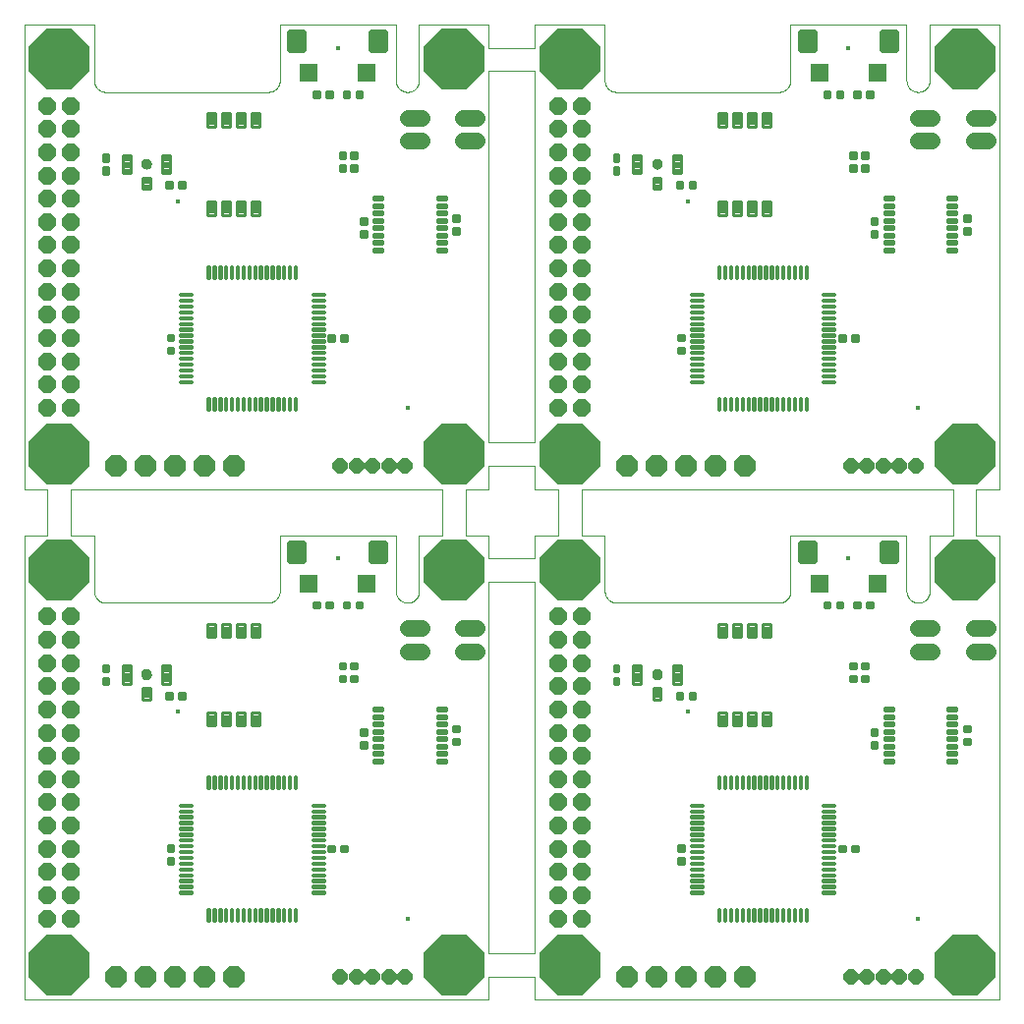
<source format=gbs>
G75*
%MOIN*%
%OFA0B0*%
%FSLAX25Y25*%
%IPPOS*%
%LPD*%
%AMOC8*
5,1,8,0,0,1.08239X$1,22.5*
%
%ADD10C,0.00000*%
%ADD11C,0.00941*%
%ADD12C,0.01134*%
%ADD13C,0.03780*%
%ADD14OC8,0.07087*%
%ADD15C,0.00935*%
%ADD16OC8,0.05906*%
%ADD17C,0.01077*%
%ADD18C,0.00945*%
%ADD19C,0.05512*%
%ADD20C,0.00950*%
%ADD21R,0.05906X0.05906*%
%ADD22R,0.06102X0.06102*%
%ADD23C,0.02008*%
%ADD24C,0.01575*%
%ADD25OC8,0.20472*%
%ADD26OC8,0.05118*%
D10*
X0001680Y0001394D02*
X0001680Y0158874D01*
X0009555Y0158874D01*
X0009555Y0174622D01*
X0001680Y0174622D01*
X0001680Y0332102D01*
X0025303Y0332102D01*
X0025303Y0313205D01*
X0025305Y0313081D01*
X0025311Y0312958D01*
X0025320Y0312834D01*
X0025334Y0312712D01*
X0025351Y0312589D01*
X0025373Y0312467D01*
X0025398Y0312346D01*
X0025427Y0312226D01*
X0025459Y0312107D01*
X0025496Y0311988D01*
X0025536Y0311871D01*
X0025579Y0311756D01*
X0025627Y0311641D01*
X0025678Y0311529D01*
X0025732Y0311418D01*
X0025790Y0311308D01*
X0025851Y0311201D01*
X0025916Y0311095D01*
X0025984Y0310992D01*
X0026055Y0310891D01*
X0026129Y0310792D01*
X0026206Y0310695D01*
X0026287Y0310601D01*
X0026370Y0310510D01*
X0026456Y0310421D01*
X0026545Y0310335D01*
X0026636Y0310252D01*
X0026730Y0310171D01*
X0026827Y0310094D01*
X0026926Y0310020D01*
X0027027Y0309949D01*
X0027130Y0309881D01*
X0027236Y0309816D01*
X0027343Y0309755D01*
X0027453Y0309697D01*
X0027564Y0309643D01*
X0027676Y0309592D01*
X0027791Y0309544D01*
X0027906Y0309501D01*
X0028023Y0309461D01*
X0028142Y0309424D01*
X0028261Y0309392D01*
X0028381Y0309363D01*
X0028502Y0309338D01*
X0028624Y0309316D01*
X0028747Y0309299D01*
X0028869Y0309285D01*
X0028993Y0309276D01*
X0029116Y0309270D01*
X0029240Y0309268D01*
X0084358Y0309268D01*
X0084482Y0309270D01*
X0084605Y0309276D01*
X0084729Y0309285D01*
X0084851Y0309299D01*
X0084974Y0309316D01*
X0085096Y0309338D01*
X0085217Y0309363D01*
X0085337Y0309392D01*
X0085456Y0309424D01*
X0085575Y0309461D01*
X0085692Y0309501D01*
X0085807Y0309544D01*
X0085922Y0309592D01*
X0086034Y0309643D01*
X0086145Y0309697D01*
X0086255Y0309755D01*
X0086362Y0309816D01*
X0086468Y0309881D01*
X0086571Y0309949D01*
X0086672Y0310020D01*
X0086771Y0310094D01*
X0086868Y0310171D01*
X0086962Y0310252D01*
X0087053Y0310335D01*
X0087142Y0310421D01*
X0087228Y0310510D01*
X0087311Y0310601D01*
X0087392Y0310695D01*
X0087469Y0310792D01*
X0087543Y0310891D01*
X0087614Y0310992D01*
X0087682Y0311095D01*
X0087747Y0311201D01*
X0087808Y0311308D01*
X0087866Y0311418D01*
X0087920Y0311529D01*
X0087971Y0311641D01*
X0088019Y0311756D01*
X0088062Y0311871D01*
X0088102Y0311988D01*
X0088139Y0312107D01*
X0088171Y0312226D01*
X0088200Y0312346D01*
X0088225Y0312467D01*
X0088247Y0312589D01*
X0088264Y0312712D01*
X0088278Y0312834D01*
X0088287Y0312958D01*
X0088293Y0313081D01*
X0088295Y0313205D01*
X0088295Y0332102D01*
X0127665Y0332102D01*
X0127665Y0313205D01*
X0127667Y0313081D01*
X0127673Y0312958D01*
X0127682Y0312834D01*
X0127696Y0312712D01*
X0127713Y0312589D01*
X0127735Y0312467D01*
X0127760Y0312346D01*
X0127789Y0312226D01*
X0127821Y0312107D01*
X0127858Y0311988D01*
X0127898Y0311871D01*
X0127941Y0311756D01*
X0127989Y0311641D01*
X0128040Y0311529D01*
X0128094Y0311418D01*
X0128152Y0311308D01*
X0128213Y0311201D01*
X0128278Y0311095D01*
X0128346Y0310992D01*
X0128417Y0310891D01*
X0128491Y0310792D01*
X0128568Y0310695D01*
X0128649Y0310601D01*
X0128732Y0310510D01*
X0128818Y0310421D01*
X0128907Y0310335D01*
X0128998Y0310252D01*
X0129092Y0310171D01*
X0129189Y0310094D01*
X0129288Y0310020D01*
X0129389Y0309949D01*
X0129492Y0309881D01*
X0129598Y0309816D01*
X0129705Y0309755D01*
X0129815Y0309697D01*
X0129926Y0309643D01*
X0130038Y0309592D01*
X0130153Y0309544D01*
X0130268Y0309501D01*
X0130385Y0309461D01*
X0130504Y0309424D01*
X0130623Y0309392D01*
X0130743Y0309363D01*
X0130864Y0309338D01*
X0130986Y0309316D01*
X0131109Y0309299D01*
X0131231Y0309285D01*
X0131355Y0309276D01*
X0131478Y0309270D01*
X0131602Y0309268D01*
X0131726Y0309270D01*
X0131849Y0309276D01*
X0131973Y0309285D01*
X0132095Y0309299D01*
X0132218Y0309316D01*
X0132340Y0309338D01*
X0132461Y0309363D01*
X0132581Y0309392D01*
X0132700Y0309424D01*
X0132819Y0309461D01*
X0132936Y0309501D01*
X0133051Y0309544D01*
X0133166Y0309592D01*
X0133278Y0309643D01*
X0133389Y0309697D01*
X0133499Y0309755D01*
X0133606Y0309816D01*
X0133712Y0309881D01*
X0133815Y0309949D01*
X0133916Y0310020D01*
X0134015Y0310094D01*
X0134112Y0310171D01*
X0134206Y0310252D01*
X0134297Y0310335D01*
X0134386Y0310421D01*
X0134472Y0310510D01*
X0134555Y0310601D01*
X0134636Y0310695D01*
X0134713Y0310792D01*
X0134787Y0310891D01*
X0134858Y0310992D01*
X0134926Y0311095D01*
X0134991Y0311201D01*
X0135052Y0311308D01*
X0135110Y0311418D01*
X0135164Y0311529D01*
X0135215Y0311641D01*
X0135263Y0311756D01*
X0135306Y0311871D01*
X0135346Y0311988D01*
X0135383Y0312107D01*
X0135415Y0312226D01*
X0135444Y0312346D01*
X0135469Y0312467D01*
X0135491Y0312589D01*
X0135508Y0312712D01*
X0135522Y0312834D01*
X0135531Y0312958D01*
X0135537Y0313081D01*
X0135539Y0313205D01*
X0135539Y0332102D01*
X0159161Y0332102D01*
X0159161Y0324228D01*
X0174909Y0324228D01*
X0174909Y0332102D01*
X0198531Y0332102D01*
X0198531Y0313205D01*
X0198533Y0313081D01*
X0198539Y0312958D01*
X0198548Y0312834D01*
X0198562Y0312712D01*
X0198579Y0312589D01*
X0198601Y0312467D01*
X0198626Y0312346D01*
X0198655Y0312226D01*
X0198687Y0312107D01*
X0198724Y0311988D01*
X0198764Y0311871D01*
X0198807Y0311756D01*
X0198855Y0311641D01*
X0198906Y0311529D01*
X0198960Y0311418D01*
X0199018Y0311308D01*
X0199079Y0311201D01*
X0199144Y0311095D01*
X0199212Y0310992D01*
X0199283Y0310891D01*
X0199357Y0310792D01*
X0199434Y0310695D01*
X0199515Y0310601D01*
X0199598Y0310510D01*
X0199684Y0310421D01*
X0199773Y0310335D01*
X0199864Y0310252D01*
X0199958Y0310171D01*
X0200055Y0310094D01*
X0200154Y0310020D01*
X0200255Y0309949D01*
X0200358Y0309881D01*
X0200464Y0309816D01*
X0200571Y0309755D01*
X0200681Y0309697D01*
X0200792Y0309643D01*
X0200904Y0309592D01*
X0201019Y0309544D01*
X0201134Y0309501D01*
X0201251Y0309461D01*
X0201370Y0309424D01*
X0201489Y0309392D01*
X0201609Y0309363D01*
X0201730Y0309338D01*
X0201852Y0309316D01*
X0201975Y0309299D01*
X0202097Y0309285D01*
X0202221Y0309276D01*
X0202344Y0309270D01*
X0202468Y0309268D01*
X0257586Y0309268D01*
X0257710Y0309270D01*
X0257833Y0309276D01*
X0257957Y0309285D01*
X0258079Y0309299D01*
X0258202Y0309316D01*
X0258324Y0309338D01*
X0258445Y0309363D01*
X0258565Y0309392D01*
X0258684Y0309424D01*
X0258803Y0309461D01*
X0258920Y0309501D01*
X0259035Y0309544D01*
X0259150Y0309592D01*
X0259262Y0309643D01*
X0259373Y0309697D01*
X0259483Y0309755D01*
X0259590Y0309816D01*
X0259696Y0309881D01*
X0259799Y0309949D01*
X0259900Y0310020D01*
X0259999Y0310094D01*
X0260096Y0310171D01*
X0260190Y0310252D01*
X0260281Y0310335D01*
X0260370Y0310421D01*
X0260456Y0310510D01*
X0260539Y0310601D01*
X0260620Y0310695D01*
X0260697Y0310792D01*
X0260771Y0310891D01*
X0260842Y0310992D01*
X0260910Y0311095D01*
X0260975Y0311201D01*
X0261036Y0311308D01*
X0261094Y0311418D01*
X0261148Y0311529D01*
X0261199Y0311641D01*
X0261247Y0311756D01*
X0261290Y0311871D01*
X0261330Y0311988D01*
X0261367Y0312107D01*
X0261399Y0312226D01*
X0261428Y0312346D01*
X0261453Y0312467D01*
X0261475Y0312589D01*
X0261492Y0312712D01*
X0261506Y0312834D01*
X0261515Y0312958D01*
X0261521Y0313081D01*
X0261523Y0313205D01*
X0261523Y0332102D01*
X0300893Y0332102D01*
X0300893Y0313205D01*
X0300895Y0313081D01*
X0300901Y0312958D01*
X0300910Y0312834D01*
X0300924Y0312712D01*
X0300941Y0312589D01*
X0300963Y0312467D01*
X0300988Y0312346D01*
X0301017Y0312226D01*
X0301049Y0312107D01*
X0301086Y0311988D01*
X0301126Y0311871D01*
X0301169Y0311756D01*
X0301217Y0311641D01*
X0301268Y0311529D01*
X0301322Y0311418D01*
X0301380Y0311308D01*
X0301441Y0311201D01*
X0301506Y0311095D01*
X0301574Y0310992D01*
X0301645Y0310891D01*
X0301719Y0310792D01*
X0301796Y0310695D01*
X0301877Y0310601D01*
X0301960Y0310510D01*
X0302046Y0310421D01*
X0302135Y0310335D01*
X0302226Y0310252D01*
X0302320Y0310171D01*
X0302417Y0310094D01*
X0302516Y0310020D01*
X0302617Y0309949D01*
X0302720Y0309881D01*
X0302826Y0309816D01*
X0302933Y0309755D01*
X0303043Y0309697D01*
X0303154Y0309643D01*
X0303266Y0309592D01*
X0303381Y0309544D01*
X0303496Y0309501D01*
X0303613Y0309461D01*
X0303732Y0309424D01*
X0303851Y0309392D01*
X0303971Y0309363D01*
X0304092Y0309338D01*
X0304214Y0309316D01*
X0304337Y0309299D01*
X0304459Y0309285D01*
X0304583Y0309276D01*
X0304706Y0309270D01*
X0304830Y0309268D01*
X0304954Y0309270D01*
X0305077Y0309276D01*
X0305201Y0309285D01*
X0305323Y0309299D01*
X0305446Y0309316D01*
X0305568Y0309338D01*
X0305689Y0309363D01*
X0305809Y0309392D01*
X0305928Y0309424D01*
X0306047Y0309461D01*
X0306164Y0309501D01*
X0306279Y0309544D01*
X0306394Y0309592D01*
X0306506Y0309643D01*
X0306617Y0309697D01*
X0306727Y0309755D01*
X0306834Y0309816D01*
X0306940Y0309881D01*
X0307043Y0309949D01*
X0307144Y0310020D01*
X0307243Y0310094D01*
X0307340Y0310171D01*
X0307434Y0310252D01*
X0307525Y0310335D01*
X0307614Y0310421D01*
X0307700Y0310510D01*
X0307783Y0310601D01*
X0307864Y0310695D01*
X0307941Y0310792D01*
X0308015Y0310891D01*
X0308086Y0310992D01*
X0308154Y0311095D01*
X0308219Y0311201D01*
X0308280Y0311308D01*
X0308338Y0311418D01*
X0308392Y0311529D01*
X0308443Y0311641D01*
X0308491Y0311756D01*
X0308534Y0311871D01*
X0308574Y0311988D01*
X0308611Y0312107D01*
X0308643Y0312226D01*
X0308672Y0312346D01*
X0308697Y0312467D01*
X0308719Y0312589D01*
X0308736Y0312712D01*
X0308750Y0312834D01*
X0308759Y0312958D01*
X0308765Y0313081D01*
X0308767Y0313205D01*
X0308767Y0332102D01*
X0332389Y0332102D01*
X0332389Y0174622D01*
X0324515Y0174622D01*
X0324515Y0158874D01*
X0332389Y0158874D01*
X0332389Y0001394D01*
X0174909Y0001394D01*
X0174909Y0009268D01*
X0159161Y0009268D01*
X0159161Y0001394D01*
X0001680Y0001394D01*
X0041444Y0111630D02*
X0041446Y0111709D01*
X0041452Y0111788D01*
X0041462Y0111867D01*
X0041476Y0111945D01*
X0041493Y0112022D01*
X0041515Y0112098D01*
X0041540Y0112173D01*
X0041570Y0112246D01*
X0041602Y0112318D01*
X0041639Y0112389D01*
X0041679Y0112457D01*
X0041722Y0112523D01*
X0041768Y0112587D01*
X0041818Y0112649D01*
X0041871Y0112708D01*
X0041926Y0112764D01*
X0041985Y0112818D01*
X0042046Y0112868D01*
X0042109Y0112916D01*
X0042175Y0112960D01*
X0042243Y0113001D01*
X0042313Y0113038D01*
X0042384Y0113072D01*
X0042458Y0113102D01*
X0042532Y0113128D01*
X0042608Y0113150D01*
X0042685Y0113169D01*
X0042763Y0113184D01*
X0042841Y0113195D01*
X0042920Y0113202D01*
X0042999Y0113205D01*
X0043078Y0113204D01*
X0043157Y0113199D01*
X0043236Y0113190D01*
X0043314Y0113177D01*
X0043391Y0113160D01*
X0043468Y0113140D01*
X0043543Y0113115D01*
X0043617Y0113087D01*
X0043690Y0113055D01*
X0043760Y0113020D01*
X0043829Y0112981D01*
X0043896Y0112938D01*
X0043961Y0112892D01*
X0044023Y0112844D01*
X0044083Y0112792D01*
X0044140Y0112737D01*
X0044194Y0112679D01*
X0044245Y0112619D01*
X0044293Y0112556D01*
X0044338Y0112491D01*
X0044380Y0112423D01*
X0044418Y0112354D01*
X0044452Y0112283D01*
X0044483Y0112210D01*
X0044511Y0112135D01*
X0044534Y0112060D01*
X0044554Y0111983D01*
X0044570Y0111906D01*
X0044582Y0111827D01*
X0044590Y0111749D01*
X0044594Y0111670D01*
X0044594Y0111590D01*
X0044590Y0111511D01*
X0044582Y0111433D01*
X0044570Y0111354D01*
X0044554Y0111277D01*
X0044534Y0111200D01*
X0044511Y0111125D01*
X0044483Y0111050D01*
X0044452Y0110977D01*
X0044418Y0110906D01*
X0044380Y0110837D01*
X0044338Y0110769D01*
X0044293Y0110704D01*
X0044245Y0110641D01*
X0044194Y0110581D01*
X0044140Y0110523D01*
X0044083Y0110468D01*
X0044023Y0110416D01*
X0043961Y0110368D01*
X0043896Y0110322D01*
X0043829Y0110279D01*
X0043760Y0110240D01*
X0043690Y0110205D01*
X0043617Y0110173D01*
X0043543Y0110145D01*
X0043468Y0110120D01*
X0043391Y0110100D01*
X0043314Y0110083D01*
X0043236Y0110070D01*
X0043157Y0110061D01*
X0043078Y0110056D01*
X0042999Y0110055D01*
X0042920Y0110058D01*
X0042841Y0110065D01*
X0042763Y0110076D01*
X0042685Y0110091D01*
X0042608Y0110110D01*
X0042532Y0110132D01*
X0042458Y0110158D01*
X0042384Y0110188D01*
X0042313Y0110222D01*
X0042243Y0110259D01*
X0042175Y0110300D01*
X0042109Y0110344D01*
X0042046Y0110392D01*
X0041985Y0110442D01*
X0041926Y0110496D01*
X0041871Y0110552D01*
X0041818Y0110611D01*
X0041768Y0110673D01*
X0041722Y0110737D01*
X0041679Y0110803D01*
X0041639Y0110871D01*
X0041602Y0110942D01*
X0041570Y0111014D01*
X0041540Y0111087D01*
X0041515Y0111162D01*
X0041493Y0111238D01*
X0041476Y0111315D01*
X0041462Y0111393D01*
X0041452Y0111472D01*
X0041446Y0111551D01*
X0041444Y0111630D01*
X0029240Y0136039D02*
X0084358Y0136039D01*
X0084482Y0136041D01*
X0084605Y0136047D01*
X0084729Y0136056D01*
X0084851Y0136070D01*
X0084974Y0136087D01*
X0085096Y0136109D01*
X0085217Y0136134D01*
X0085337Y0136163D01*
X0085456Y0136195D01*
X0085575Y0136232D01*
X0085692Y0136272D01*
X0085807Y0136315D01*
X0085922Y0136363D01*
X0086034Y0136414D01*
X0086145Y0136468D01*
X0086255Y0136526D01*
X0086362Y0136587D01*
X0086468Y0136652D01*
X0086571Y0136720D01*
X0086672Y0136791D01*
X0086771Y0136865D01*
X0086868Y0136942D01*
X0086962Y0137023D01*
X0087053Y0137106D01*
X0087142Y0137192D01*
X0087228Y0137281D01*
X0087311Y0137372D01*
X0087392Y0137466D01*
X0087469Y0137563D01*
X0087543Y0137662D01*
X0087614Y0137763D01*
X0087682Y0137866D01*
X0087747Y0137972D01*
X0087808Y0138079D01*
X0087866Y0138189D01*
X0087920Y0138300D01*
X0087971Y0138412D01*
X0088019Y0138527D01*
X0088062Y0138642D01*
X0088102Y0138759D01*
X0088139Y0138878D01*
X0088171Y0138997D01*
X0088200Y0139117D01*
X0088225Y0139238D01*
X0088247Y0139360D01*
X0088264Y0139483D01*
X0088278Y0139605D01*
X0088287Y0139729D01*
X0088293Y0139852D01*
X0088295Y0139976D01*
X0088295Y0158874D01*
X0127665Y0158874D01*
X0127665Y0139976D01*
X0127667Y0139852D01*
X0127673Y0139729D01*
X0127682Y0139605D01*
X0127696Y0139483D01*
X0127713Y0139360D01*
X0127735Y0139238D01*
X0127760Y0139117D01*
X0127789Y0138997D01*
X0127821Y0138878D01*
X0127858Y0138759D01*
X0127898Y0138642D01*
X0127941Y0138527D01*
X0127989Y0138412D01*
X0128040Y0138300D01*
X0128094Y0138189D01*
X0128152Y0138079D01*
X0128213Y0137972D01*
X0128278Y0137866D01*
X0128346Y0137763D01*
X0128417Y0137662D01*
X0128491Y0137563D01*
X0128568Y0137466D01*
X0128649Y0137372D01*
X0128732Y0137281D01*
X0128818Y0137192D01*
X0128907Y0137106D01*
X0128998Y0137023D01*
X0129092Y0136942D01*
X0129189Y0136865D01*
X0129288Y0136791D01*
X0129389Y0136720D01*
X0129492Y0136652D01*
X0129598Y0136587D01*
X0129705Y0136526D01*
X0129815Y0136468D01*
X0129926Y0136414D01*
X0130038Y0136363D01*
X0130153Y0136315D01*
X0130268Y0136272D01*
X0130385Y0136232D01*
X0130504Y0136195D01*
X0130623Y0136163D01*
X0130743Y0136134D01*
X0130864Y0136109D01*
X0130986Y0136087D01*
X0131109Y0136070D01*
X0131231Y0136056D01*
X0131355Y0136047D01*
X0131478Y0136041D01*
X0131602Y0136039D01*
X0131726Y0136041D01*
X0131849Y0136047D01*
X0131973Y0136056D01*
X0132095Y0136070D01*
X0132218Y0136087D01*
X0132340Y0136109D01*
X0132461Y0136134D01*
X0132581Y0136163D01*
X0132700Y0136195D01*
X0132819Y0136232D01*
X0132936Y0136272D01*
X0133051Y0136315D01*
X0133166Y0136363D01*
X0133278Y0136414D01*
X0133389Y0136468D01*
X0133499Y0136526D01*
X0133606Y0136587D01*
X0133712Y0136652D01*
X0133815Y0136720D01*
X0133916Y0136791D01*
X0134015Y0136865D01*
X0134112Y0136942D01*
X0134206Y0137023D01*
X0134297Y0137106D01*
X0134386Y0137192D01*
X0134472Y0137281D01*
X0134555Y0137372D01*
X0134636Y0137466D01*
X0134713Y0137563D01*
X0134787Y0137662D01*
X0134858Y0137763D01*
X0134926Y0137866D01*
X0134991Y0137972D01*
X0135052Y0138079D01*
X0135110Y0138189D01*
X0135164Y0138300D01*
X0135215Y0138412D01*
X0135263Y0138527D01*
X0135306Y0138642D01*
X0135346Y0138759D01*
X0135383Y0138878D01*
X0135415Y0138997D01*
X0135444Y0139117D01*
X0135469Y0139238D01*
X0135491Y0139360D01*
X0135508Y0139483D01*
X0135522Y0139605D01*
X0135531Y0139729D01*
X0135537Y0139852D01*
X0135539Y0139976D01*
X0135539Y0158874D01*
X0143413Y0158874D01*
X0143413Y0174622D01*
X0017429Y0174622D01*
X0017429Y0158874D01*
X0025303Y0158874D01*
X0025303Y0139976D01*
X0025305Y0139852D01*
X0025311Y0139729D01*
X0025320Y0139605D01*
X0025334Y0139483D01*
X0025351Y0139360D01*
X0025373Y0139238D01*
X0025398Y0139117D01*
X0025427Y0138997D01*
X0025459Y0138878D01*
X0025496Y0138759D01*
X0025536Y0138642D01*
X0025579Y0138527D01*
X0025627Y0138412D01*
X0025678Y0138300D01*
X0025732Y0138189D01*
X0025790Y0138079D01*
X0025851Y0137972D01*
X0025916Y0137866D01*
X0025984Y0137763D01*
X0026055Y0137662D01*
X0026129Y0137563D01*
X0026206Y0137466D01*
X0026287Y0137372D01*
X0026370Y0137281D01*
X0026456Y0137192D01*
X0026545Y0137106D01*
X0026636Y0137023D01*
X0026730Y0136942D01*
X0026827Y0136865D01*
X0026926Y0136791D01*
X0027027Y0136720D01*
X0027130Y0136652D01*
X0027236Y0136587D01*
X0027343Y0136526D01*
X0027453Y0136468D01*
X0027564Y0136414D01*
X0027676Y0136363D01*
X0027791Y0136315D01*
X0027906Y0136272D01*
X0028023Y0136232D01*
X0028142Y0136195D01*
X0028261Y0136163D01*
X0028381Y0136134D01*
X0028502Y0136109D01*
X0028624Y0136087D01*
X0028747Y0136070D01*
X0028869Y0136056D01*
X0028993Y0136047D01*
X0029116Y0136041D01*
X0029240Y0136039D01*
X0151287Y0158874D02*
X0151287Y0174622D01*
X0159161Y0174622D01*
X0159161Y0182496D01*
X0174909Y0182496D01*
X0174909Y0174622D01*
X0182783Y0174622D01*
X0182783Y0158874D01*
X0174909Y0158874D01*
X0174909Y0151000D01*
X0159161Y0151000D01*
X0159161Y0158874D01*
X0151287Y0158874D01*
X0159161Y0143126D02*
X0174909Y0143126D01*
X0174909Y0017142D01*
X0159161Y0017142D01*
X0159161Y0143126D01*
X0190657Y0158874D02*
X0190657Y0174622D01*
X0316641Y0174622D01*
X0316641Y0158874D01*
X0308767Y0158874D01*
X0308767Y0139976D01*
X0304830Y0136039D02*
X0304706Y0136041D01*
X0304583Y0136047D01*
X0304459Y0136056D01*
X0304337Y0136070D01*
X0304214Y0136087D01*
X0304092Y0136109D01*
X0303971Y0136134D01*
X0303851Y0136163D01*
X0303732Y0136195D01*
X0303613Y0136232D01*
X0303496Y0136272D01*
X0303381Y0136315D01*
X0303266Y0136363D01*
X0303154Y0136414D01*
X0303043Y0136468D01*
X0302933Y0136526D01*
X0302826Y0136587D01*
X0302720Y0136652D01*
X0302617Y0136720D01*
X0302516Y0136791D01*
X0302417Y0136865D01*
X0302320Y0136942D01*
X0302226Y0137023D01*
X0302135Y0137106D01*
X0302046Y0137192D01*
X0301960Y0137281D01*
X0301877Y0137372D01*
X0301796Y0137466D01*
X0301719Y0137563D01*
X0301645Y0137662D01*
X0301574Y0137763D01*
X0301506Y0137866D01*
X0301441Y0137972D01*
X0301380Y0138079D01*
X0301322Y0138189D01*
X0301268Y0138300D01*
X0301217Y0138412D01*
X0301169Y0138527D01*
X0301126Y0138642D01*
X0301086Y0138759D01*
X0301049Y0138878D01*
X0301017Y0138997D01*
X0300988Y0139117D01*
X0300963Y0139238D01*
X0300941Y0139360D01*
X0300924Y0139483D01*
X0300910Y0139605D01*
X0300901Y0139729D01*
X0300895Y0139852D01*
X0300893Y0139976D01*
X0300893Y0158874D01*
X0261523Y0158874D01*
X0261523Y0139976D01*
X0261521Y0139852D01*
X0261515Y0139729D01*
X0261506Y0139605D01*
X0261492Y0139483D01*
X0261475Y0139360D01*
X0261453Y0139238D01*
X0261428Y0139117D01*
X0261399Y0138997D01*
X0261367Y0138878D01*
X0261330Y0138759D01*
X0261290Y0138642D01*
X0261247Y0138527D01*
X0261199Y0138412D01*
X0261148Y0138300D01*
X0261094Y0138189D01*
X0261036Y0138079D01*
X0260975Y0137972D01*
X0260910Y0137866D01*
X0260842Y0137763D01*
X0260771Y0137662D01*
X0260697Y0137563D01*
X0260620Y0137466D01*
X0260539Y0137372D01*
X0260456Y0137281D01*
X0260370Y0137192D01*
X0260281Y0137106D01*
X0260190Y0137023D01*
X0260096Y0136942D01*
X0259999Y0136865D01*
X0259900Y0136791D01*
X0259799Y0136720D01*
X0259696Y0136652D01*
X0259590Y0136587D01*
X0259483Y0136526D01*
X0259373Y0136468D01*
X0259262Y0136414D01*
X0259150Y0136363D01*
X0259035Y0136315D01*
X0258920Y0136272D01*
X0258803Y0136232D01*
X0258684Y0136195D01*
X0258565Y0136163D01*
X0258445Y0136134D01*
X0258324Y0136109D01*
X0258202Y0136087D01*
X0258079Y0136070D01*
X0257957Y0136056D01*
X0257833Y0136047D01*
X0257710Y0136041D01*
X0257586Y0136039D01*
X0202468Y0136039D01*
X0202344Y0136041D01*
X0202221Y0136047D01*
X0202097Y0136056D01*
X0201975Y0136070D01*
X0201852Y0136087D01*
X0201730Y0136109D01*
X0201609Y0136134D01*
X0201489Y0136163D01*
X0201370Y0136195D01*
X0201251Y0136232D01*
X0201134Y0136272D01*
X0201019Y0136315D01*
X0200904Y0136363D01*
X0200792Y0136414D01*
X0200681Y0136468D01*
X0200571Y0136526D01*
X0200464Y0136587D01*
X0200358Y0136652D01*
X0200255Y0136720D01*
X0200154Y0136791D01*
X0200055Y0136865D01*
X0199958Y0136942D01*
X0199864Y0137023D01*
X0199773Y0137106D01*
X0199684Y0137192D01*
X0199598Y0137281D01*
X0199515Y0137372D01*
X0199434Y0137466D01*
X0199357Y0137563D01*
X0199283Y0137662D01*
X0199212Y0137763D01*
X0199144Y0137866D01*
X0199079Y0137972D01*
X0199018Y0138079D01*
X0198960Y0138189D01*
X0198906Y0138300D01*
X0198855Y0138412D01*
X0198807Y0138527D01*
X0198764Y0138642D01*
X0198724Y0138759D01*
X0198687Y0138878D01*
X0198655Y0138997D01*
X0198626Y0139117D01*
X0198601Y0139238D01*
X0198579Y0139360D01*
X0198562Y0139483D01*
X0198548Y0139605D01*
X0198539Y0139729D01*
X0198533Y0139852D01*
X0198531Y0139976D01*
X0198531Y0158874D01*
X0190657Y0158874D01*
X0174909Y0190370D02*
X0159161Y0190370D01*
X0159161Y0316354D01*
X0174909Y0316354D01*
X0174909Y0190370D01*
X0214672Y0111630D02*
X0214674Y0111709D01*
X0214680Y0111788D01*
X0214690Y0111867D01*
X0214704Y0111945D01*
X0214721Y0112022D01*
X0214743Y0112098D01*
X0214768Y0112173D01*
X0214798Y0112246D01*
X0214830Y0112318D01*
X0214867Y0112389D01*
X0214907Y0112457D01*
X0214950Y0112523D01*
X0214996Y0112587D01*
X0215046Y0112649D01*
X0215099Y0112708D01*
X0215154Y0112764D01*
X0215213Y0112818D01*
X0215274Y0112868D01*
X0215337Y0112916D01*
X0215403Y0112960D01*
X0215471Y0113001D01*
X0215541Y0113038D01*
X0215612Y0113072D01*
X0215686Y0113102D01*
X0215760Y0113128D01*
X0215836Y0113150D01*
X0215913Y0113169D01*
X0215991Y0113184D01*
X0216069Y0113195D01*
X0216148Y0113202D01*
X0216227Y0113205D01*
X0216306Y0113204D01*
X0216385Y0113199D01*
X0216464Y0113190D01*
X0216542Y0113177D01*
X0216619Y0113160D01*
X0216696Y0113140D01*
X0216771Y0113115D01*
X0216845Y0113087D01*
X0216918Y0113055D01*
X0216988Y0113020D01*
X0217057Y0112981D01*
X0217124Y0112938D01*
X0217189Y0112892D01*
X0217251Y0112844D01*
X0217311Y0112792D01*
X0217368Y0112737D01*
X0217422Y0112679D01*
X0217473Y0112619D01*
X0217521Y0112556D01*
X0217566Y0112491D01*
X0217608Y0112423D01*
X0217646Y0112354D01*
X0217680Y0112283D01*
X0217711Y0112210D01*
X0217739Y0112135D01*
X0217762Y0112060D01*
X0217782Y0111983D01*
X0217798Y0111906D01*
X0217810Y0111827D01*
X0217818Y0111749D01*
X0217822Y0111670D01*
X0217822Y0111590D01*
X0217818Y0111511D01*
X0217810Y0111433D01*
X0217798Y0111354D01*
X0217782Y0111277D01*
X0217762Y0111200D01*
X0217739Y0111125D01*
X0217711Y0111050D01*
X0217680Y0110977D01*
X0217646Y0110906D01*
X0217608Y0110837D01*
X0217566Y0110769D01*
X0217521Y0110704D01*
X0217473Y0110641D01*
X0217422Y0110581D01*
X0217368Y0110523D01*
X0217311Y0110468D01*
X0217251Y0110416D01*
X0217189Y0110368D01*
X0217124Y0110322D01*
X0217057Y0110279D01*
X0216988Y0110240D01*
X0216918Y0110205D01*
X0216845Y0110173D01*
X0216771Y0110145D01*
X0216696Y0110120D01*
X0216619Y0110100D01*
X0216542Y0110083D01*
X0216464Y0110070D01*
X0216385Y0110061D01*
X0216306Y0110056D01*
X0216227Y0110055D01*
X0216148Y0110058D01*
X0216069Y0110065D01*
X0215991Y0110076D01*
X0215913Y0110091D01*
X0215836Y0110110D01*
X0215760Y0110132D01*
X0215686Y0110158D01*
X0215612Y0110188D01*
X0215541Y0110222D01*
X0215471Y0110259D01*
X0215403Y0110300D01*
X0215337Y0110344D01*
X0215274Y0110392D01*
X0215213Y0110442D01*
X0215154Y0110496D01*
X0215099Y0110552D01*
X0215046Y0110611D01*
X0214996Y0110673D01*
X0214950Y0110737D01*
X0214907Y0110803D01*
X0214867Y0110871D01*
X0214830Y0110942D01*
X0214798Y0111014D01*
X0214768Y0111087D01*
X0214743Y0111162D01*
X0214721Y0111238D01*
X0214704Y0111315D01*
X0214690Y0111393D01*
X0214680Y0111472D01*
X0214674Y0111551D01*
X0214672Y0111630D01*
X0304830Y0136039D02*
X0304954Y0136041D01*
X0305077Y0136047D01*
X0305201Y0136056D01*
X0305323Y0136070D01*
X0305446Y0136087D01*
X0305568Y0136109D01*
X0305689Y0136134D01*
X0305809Y0136163D01*
X0305928Y0136195D01*
X0306047Y0136232D01*
X0306164Y0136272D01*
X0306279Y0136315D01*
X0306394Y0136363D01*
X0306506Y0136414D01*
X0306617Y0136468D01*
X0306727Y0136526D01*
X0306834Y0136587D01*
X0306940Y0136652D01*
X0307043Y0136720D01*
X0307144Y0136791D01*
X0307243Y0136865D01*
X0307340Y0136942D01*
X0307434Y0137023D01*
X0307525Y0137106D01*
X0307614Y0137192D01*
X0307700Y0137281D01*
X0307783Y0137372D01*
X0307864Y0137466D01*
X0307941Y0137563D01*
X0308015Y0137662D01*
X0308086Y0137763D01*
X0308154Y0137866D01*
X0308219Y0137972D01*
X0308280Y0138079D01*
X0308338Y0138189D01*
X0308392Y0138300D01*
X0308443Y0138412D01*
X0308491Y0138527D01*
X0308534Y0138642D01*
X0308574Y0138759D01*
X0308611Y0138878D01*
X0308643Y0138997D01*
X0308672Y0139117D01*
X0308697Y0139238D01*
X0308719Y0139360D01*
X0308736Y0139483D01*
X0308750Y0139605D01*
X0308759Y0139729D01*
X0308765Y0139852D01*
X0308767Y0139976D01*
X0214672Y0284858D02*
X0214674Y0284937D01*
X0214680Y0285016D01*
X0214690Y0285095D01*
X0214704Y0285173D01*
X0214721Y0285250D01*
X0214743Y0285326D01*
X0214768Y0285401D01*
X0214798Y0285474D01*
X0214830Y0285546D01*
X0214867Y0285617D01*
X0214907Y0285685D01*
X0214950Y0285751D01*
X0214996Y0285815D01*
X0215046Y0285877D01*
X0215099Y0285936D01*
X0215154Y0285992D01*
X0215213Y0286046D01*
X0215274Y0286096D01*
X0215337Y0286144D01*
X0215403Y0286188D01*
X0215471Y0286229D01*
X0215541Y0286266D01*
X0215612Y0286300D01*
X0215686Y0286330D01*
X0215760Y0286356D01*
X0215836Y0286378D01*
X0215913Y0286397D01*
X0215991Y0286412D01*
X0216069Y0286423D01*
X0216148Y0286430D01*
X0216227Y0286433D01*
X0216306Y0286432D01*
X0216385Y0286427D01*
X0216464Y0286418D01*
X0216542Y0286405D01*
X0216619Y0286388D01*
X0216696Y0286368D01*
X0216771Y0286343D01*
X0216845Y0286315D01*
X0216918Y0286283D01*
X0216988Y0286248D01*
X0217057Y0286209D01*
X0217124Y0286166D01*
X0217189Y0286120D01*
X0217251Y0286072D01*
X0217311Y0286020D01*
X0217368Y0285965D01*
X0217422Y0285907D01*
X0217473Y0285847D01*
X0217521Y0285784D01*
X0217566Y0285719D01*
X0217608Y0285651D01*
X0217646Y0285582D01*
X0217680Y0285511D01*
X0217711Y0285438D01*
X0217739Y0285363D01*
X0217762Y0285288D01*
X0217782Y0285211D01*
X0217798Y0285134D01*
X0217810Y0285055D01*
X0217818Y0284977D01*
X0217822Y0284898D01*
X0217822Y0284818D01*
X0217818Y0284739D01*
X0217810Y0284661D01*
X0217798Y0284582D01*
X0217782Y0284505D01*
X0217762Y0284428D01*
X0217739Y0284353D01*
X0217711Y0284278D01*
X0217680Y0284205D01*
X0217646Y0284134D01*
X0217608Y0284065D01*
X0217566Y0283997D01*
X0217521Y0283932D01*
X0217473Y0283869D01*
X0217422Y0283809D01*
X0217368Y0283751D01*
X0217311Y0283696D01*
X0217251Y0283644D01*
X0217189Y0283596D01*
X0217124Y0283550D01*
X0217057Y0283507D01*
X0216988Y0283468D01*
X0216918Y0283433D01*
X0216845Y0283401D01*
X0216771Y0283373D01*
X0216696Y0283348D01*
X0216619Y0283328D01*
X0216542Y0283311D01*
X0216464Y0283298D01*
X0216385Y0283289D01*
X0216306Y0283284D01*
X0216227Y0283283D01*
X0216148Y0283286D01*
X0216069Y0283293D01*
X0215991Y0283304D01*
X0215913Y0283319D01*
X0215836Y0283338D01*
X0215760Y0283360D01*
X0215686Y0283386D01*
X0215612Y0283416D01*
X0215541Y0283450D01*
X0215471Y0283487D01*
X0215403Y0283528D01*
X0215337Y0283572D01*
X0215274Y0283620D01*
X0215213Y0283670D01*
X0215154Y0283724D01*
X0215099Y0283780D01*
X0215046Y0283839D01*
X0214996Y0283901D01*
X0214950Y0283965D01*
X0214907Y0284031D01*
X0214867Y0284099D01*
X0214830Y0284170D01*
X0214798Y0284242D01*
X0214768Y0284315D01*
X0214743Y0284390D01*
X0214721Y0284466D01*
X0214704Y0284543D01*
X0214690Y0284621D01*
X0214680Y0284700D01*
X0214674Y0284779D01*
X0214672Y0284858D01*
X0041444Y0284858D02*
X0041446Y0284937D01*
X0041452Y0285016D01*
X0041462Y0285095D01*
X0041476Y0285173D01*
X0041493Y0285250D01*
X0041515Y0285326D01*
X0041540Y0285401D01*
X0041570Y0285474D01*
X0041602Y0285546D01*
X0041639Y0285617D01*
X0041679Y0285685D01*
X0041722Y0285751D01*
X0041768Y0285815D01*
X0041818Y0285877D01*
X0041871Y0285936D01*
X0041926Y0285992D01*
X0041985Y0286046D01*
X0042046Y0286096D01*
X0042109Y0286144D01*
X0042175Y0286188D01*
X0042243Y0286229D01*
X0042313Y0286266D01*
X0042384Y0286300D01*
X0042458Y0286330D01*
X0042532Y0286356D01*
X0042608Y0286378D01*
X0042685Y0286397D01*
X0042763Y0286412D01*
X0042841Y0286423D01*
X0042920Y0286430D01*
X0042999Y0286433D01*
X0043078Y0286432D01*
X0043157Y0286427D01*
X0043236Y0286418D01*
X0043314Y0286405D01*
X0043391Y0286388D01*
X0043468Y0286368D01*
X0043543Y0286343D01*
X0043617Y0286315D01*
X0043690Y0286283D01*
X0043760Y0286248D01*
X0043829Y0286209D01*
X0043896Y0286166D01*
X0043961Y0286120D01*
X0044023Y0286072D01*
X0044083Y0286020D01*
X0044140Y0285965D01*
X0044194Y0285907D01*
X0044245Y0285847D01*
X0044293Y0285784D01*
X0044338Y0285719D01*
X0044380Y0285651D01*
X0044418Y0285582D01*
X0044452Y0285511D01*
X0044483Y0285438D01*
X0044511Y0285363D01*
X0044534Y0285288D01*
X0044554Y0285211D01*
X0044570Y0285134D01*
X0044582Y0285055D01*
X0044590Y0284977D01*
X0044594Y0284898D01*
X0044594Y0284818D01*
X0044590Y0284739D01*
X0044582Y0284661D01*
X0044570Y0284582D01*
X0044554Y0284505D01*
X0044534Y0284428D01*
X0044511Y0284353D01*
X0044483Y0284278D01*
X0044452Y0284205D01*
X0044418Y0284134D01*
X0044380Y0284065D01*
X0044338Y0283997D01*
X0044293Y0283932D01*
X0044245Y0283869D01*
X0044194Y0283809D01*
X0044140Y0283751D01*
X0044083Y0283696D01*
X0044023Y0283644D01*
X0043961Y0283596D01*
X0043896Y0283550D01*
X0043829Y0283507D01*
X0043760Y0283468D01*
X0043690Y0283433D01*
X0043617Y0283401D01*
X0043543Y0283373D01*
X0043468Y0283348D01*
X0043391Y0283328D01*
X0043314Y0283311D01*
X0043236Y0283298D01*
X0043157Y0283289D01*
X0043078Y0283284D01*
X0042999Y0283283D01*
X0042920Y0283286D01*
X0042841Y0283293D01*
X0042763Y0283304D01*
X0042685Y0283319D01*
X0042608Y0283338D01*
X0042532Y0283360D01*
X0042458Y0283386D01*
X0042384Y0283416D01*
X0042313Y0283450D01*
X0042243Y0283487D01*
X0042175Y0283528D01*
X0042109Y0283572D01*
X0042046Y0283620D01*
X0041985Y0283670D01*
X0041926Y0283724D01*
X0041871Y0283780D01*
X0041818Y0283839D01*
X0041768Y0283901D01*
X0041722Y0283965D01*
X0041679Y0284031D01*
X0041639Y0284099D01*
X0041602Y0284170D01*
X0041570Y0284242D01*
X0041540Y0284315D01*
X0041515Y0284390D01*
X0041493Y0284466D01*
X0041476Y0284543D01*
X0041462Y0284621D01*
X0041452Y0284700D01*
X0041446Y0284779D01*
X0041444Y0284858D01*
D11*
X0120199Y0272646D02*
X0123179Y0272646D01*
X0120199Y0272646D02*
X0120199Y0273626D01*
X0123179Y0273626D01*
X0123179Y0272646D01*
X0123179Y0273586D02*
X0120199Y0273586D01*
X0120199Y0270146D02*
X0123179Y0270146D01*
X0120199Y0270146D02*
X0120199Y0271126D01*
X0123179Y0271126D01*
X0123179Y0270146D01*
X0123179Y0271086D02*
X0120199Y0271086D01*
X0120199Y0267646D02*
X0123179Y0267646D01*
X0120199Y0267646D02*
X0120199Y0268626D01*
X0123179Y0268626D01*
X0123179Y0267646D01*
X0123179Y0268586D02*
X0120199Y0268586D01*
X0120199Y0265146D02*
X0123179Y0265146D01*
X0120199Y0265146D02*
X0120199Y0266126D01*
X0123179Y0266126D01*
X0123179Y0265146D01*
X0123179Y0266086D02*
X0120199Y0266086D01*
X0120199Y0262646D02*
X0123179Y0262646D01*
X0120199Y0262646D02*
X0120199Y0263626D01*
X0123179Y0263626D01*
X0123179Y0262646D01*
X0123179Y0263586D02*
X0120199Y0263586D01*
X0120199Y0260146D02*
X0123179Y0260146D01*
X0120199Y0260146D02*
X0120199Y0261126D01*
X0123179Y0261126D01*
X0123179Y0260146D01*
X0123179Y0261086D02*
X0120199Y0261086D01*
X0120199Y0257646D02*
X0123179Y0257646D01*
X0120199Y0257646D02*
X0120199Y0258626D01*
X0123179Y0258626D01*
X0123179Y0257646D01*
X0123179Y0258586D02*
X0120199Y0258586D01*
X0120199Y0255146D02*
X0123179Y0255146D01*
X0120199Y0255146D02*
X0120199Y0256126D01*
X0123179Y0256126D01*
X0123179Y0255146D01*
X0123179Y0256086D02*
X0120199Y0256086D01*
X0141599Y0255146D02*
X0144579Y0255146D01*
X0141599Y0255146D02*
X0141599Y0256126D01*
X0144579Y0256126D01*
X0144579Y0255146D01*
X0144579Y0256086D02*
X0141599Y0256086D01*
X0141599Y0257646D02*
X0144579Y0257646D01*
X0141599Y0257646D02*
X0141599Y0258626D01*
X0144579Y0258626D01*
X0144579Y0257646D01*
X0144579Y0258586D02*
X0141599Y0258586D01*
X0141599Y0260146D02*
X0144579Y0260146D01*
X0141599Y0260146D02*
X0141599Y0261126D01*
X0144579Y0261126D01*
X0144579Y0260146D01*
X0144579Y0261086D02*
X0141599Y0261086D01*
X0141599Y0262646D02*
X0144579Y0262646D01*
X0141599Y0262646D02*
X0141599Y0263626D01*
X0144579Y0263626D01*
X0144579Y0262646D01*
X0144579Y0263586D02*
X0141599Y0263586D01*
X0141599Y0265146D02*
X0144579Y0265146D01*
X0141599Y0265146D02*
X0141599Y0266126D01*
X0144579Y0266126D01*
X0144579Y0265146D01*
X0144579Y0266086D02*
X0141599Y0266086D01*
X0141599Y0267646D02*
X0144579Y0267646D01*
X0141599Y0267646D02*
X0141599Y0268626D01*
X0144579Y0268626D01*
X0144579Y0267646D01*
X0144579Y0268586D02*
X0141599Y0268586D01*
X0141599Y0270146D02*
X0144579Y0270146D01*
X0141599Y0270146D02*
X0141599Y0271126D01*
X0144579Y0271126D01*
X0144579Y0270146D01*
X0144579Y0271086D02*
X0141599Y0271086D01*
X0141599Y0272646D02*
X0144579Y0272646D01*
X0141599Y0272646D02*
X0141599Y0273626D01*
X0144579Y0273626D01*
X0144579Y0272646D01*
X0144579Y0273586D02*
X0141599Y0273586D01*
X0293427Y0272646D02*
X0296407Y0272646D01*
X0293427Y0272646D02*
X0293427Y0273626D01*
X0296407Y0273626D01*
X0296407Y0272646D01*
X0296407Y0273586D02*
X0293427Y0273586D01*
X0293427Y0270146D02*
X0296407Y0270146D01*
X0293427Y0270146D02*
X0293427Y0271126D01*
X0296407Y0271126D01*
X0296407Y0270146D01*
X0296407Y0271086D02*
X0293427Y0271086D01*
X0293427Y0267646D02*
X0296407Y0267646D01*
X0293427Y0267646D02*
X0293427Y0268626D01*
X0296407Y0268626D01*
X0296407Y0267646D01*
X0296407Y0268586D02*
X0293427Y0268586D01*
X0293427Y0265146D02*
X0296407Y0265146D01*
X0293427Y0265146D02*
X0293427Y0266126D01*
X0296407Y0266126D01*
X0296407Y0265146D01*
X0296407Y0266086D02*
X0293427Y0266086D01*
X0293427Y0262646D02*
X0296407Y0262646D01*
X0293427Y0262646D02*
X0293427Y0263626D01*
X0296407Y0263626D01*
X0296407Y0262646D01*
X0296407Y0263586D02*
X0293427Y0263586D01*
X0293427Y0260146D02*
X0296407Y0260146D01*
X0293427Y0260146D02*
X0293427Y0261126D01*
X0296407Y0261126D01*
X0296407Y0260146D01*
X0296407Y0261086D02*
X0293427Y0261086D01*
X0293427Y0257646D02*
X0296407Y0257646D01*
X0293427Y0257646D02*
X0293427Y0258626D01*
X0296407Y0258626D01*
X0296407Y0257646D01*
X0296407Y0258586D02*
X0293427Y0258586D01*
X0293427Y0255146D02*
X0296407Y0255146D01*
X0293427Y0255146D02*
X0293427Y0256126D01*
X0296407Y0256126D01*
X0296407Y0255146D01*
X0296407Y0256086D02*
X0293427Y0256086D01*
X0314827Y0255146D02*
X0317807Y0255146D01*
X0314827Y0255146D02*
X0314827Y0256126D01*
X0317807Y0256126D01*
X0317807Y0255146D01*
X0317807Y0256086D02*
X0314827Y0256086D01*
X0314827Y0257646D02*
X0317807Y0257646D01*
X0314827Y0257646D02*
X0314827Y0258626D01*
X0317807Y0258626D01*
X0317807Y0257646D01*
X0317807Y0258586D02*
X0314827Y0258586D01*
X0314827Y0260146D02*
X0317807Y0260146D01*
X0314827Y0260146D02*
X0314827Y0261126D01*
X0317807Y0261126D01*
X0317807Y0260146D01*
X0317807Y0261086D02*
X0314827Y0261086D01*
X0314827Y0262646D02*
X0317807Y0262646D01*
X0314827Y0262646D02*
X0314827Y0263626D01*
X0317807Y0263626D01*
X0317807Y0262646D01*
X0317807Y0263586D02*
X0314827Y0263586D01*
X0314827Y0265146D02*
X0317807Y0265146D01*
X0314827Y0265146D02*
X0314827Y0266126D01*
X0317807Y0266126D01*
X0317807Y0265146D01*
X0317807Y0266086D02*
X0314827Y0266086D01*
X0314827Y0267646D02*
X0317807Y0267646D01*
X0314827Y0267646D02*
X0314827Y0268626D01*
X0317807Y0268626D01*
X0317807Y0267646D01*
X0317807Y0268586D02*
X0314827Y0268586D01*
X0314827Y0270146D02*
X0317807Y0270146D01*
X0314827Y0270146D02*
X0314827Y0271126D01*
X0317807Y0271126D01*
X0317807Y0270146D01*
X0317807Y0271086D02*
X0314827Y0271086D01*
X0314827Y0272646D02*
X0317807Y0272646D01*
X0314827Y0272646D02*
X0314827Y0273626D01*
X0317807Y0273626D01*
X0317807Y0272646D01*
X0317807Y0273586D02*
X0314827Y0273586D01*
X0314827Y0099417D02*
X0317807Y0099417D01*
X0314827Y0099417D02*
X0314827Y0100397D01*
X0317807Y0100397D01*
X0317807Y0099417D01*
X0317807Y0100357D02*
X0314827Y0100357D01*
X0314827Y0096917D02*
X0317807Y0096917D01*
X0314827Y0096917D02*
X0314827Y0097897D01*
X0317807Y0097897D01*
X0317807Y0096917D01*
X0317807Y0097857D02*
X0314827Y0097857D01*
X0314827Y0094417D02*
X0317807Y0094417D01*
X0314827Y0094417D02*
X0314827Y0095397D01*
X0317807Y0095397D01*
X0317807Y0094417D01*
X0317807Y0095357D02*
X0314827Y0095357D01*
X0314827Y0091917D02*
X0317807Y0091917D01*
X0314827Y0091917D02*
X0314827Y0092897D01*
X0317807Y0092897D01*
X0317807Y0091917D01*
X0317807Y0092857D02*
X0314827Y0092857D01*
X0314827Y0089417D02*
X0317807Y0089417D01*
X0314827Y0089417D02*
X0314827Y0090397D01*
X0317807Y0090397D01*
X0317807Y0089417D01*
X0317807Y0090357D02*
X0314827Y0090357D01*
X0314827Y0086917D02*
X0317807Y0086917D01*
X0314827Y0086917D02*
X0314827Y0087897D01*
X0317807Y0087897D01*
X0317807Y0086917D01*
X0317807Y0087857D02*
X0314827Y0087857D01*
X0314827Y0084417D02*
X0317807Y0084417D01*
X0314827Y0084417D02*
X0314827Y0085397D01*
X0317807Y0085397D01*
X0317807Y0084417D01*
X0317807Y0085357D02*
X0314827Y0085357D01*
X0314827Y0081917D02*
X0317807Y0081917D01*
X0314827Y0081917D02*
X0314827Y0082897D01*
X0317807Y0082897D01*
X0317807Y0081917D01*
X0317807Y0082857D02*
X0314827Y0082857D01*
X0296407Y0081917D02*
X0293427Y0081917D01*
X0293427Y0082897D01*
X0296407Y0082897D01*
X0296407Y0081917D01*
X0296407Y0082857D02*
X0293427Y0082857D01*
X0293427Y0084417D02*
X0296407Y0084417D01*
X0293427Y0084417D02*
X0293427Y0085397D01*
X0296407Y0085397D01*
X0296407Y0084417D01*
X0296407Y0085357D02*
X0293427Y0085357D01*
X0293427Y0086917D02*
X0296407Y0086917D01*
X0293427Y0086917D02*
X0293427Y0087897D01*
X0296407Y0087897D01*
X0296407Y0086917D01*
X0296407Y0087857D02*
X0293427Y0087857D01*
X0293427Y0089417D02*
X0296407Y0089417D01*
X0293427Y0089417D02*
X0293427Y0090397D01*
X0296407Y0090397D01*
X0296407Y0089417D01*
X0296407Y0090357D02*
X0293427Y0090357D01*
X0293427Y0091917D02*
X0296407Y0091917D01*
X0293427Y0091917D02*
X0293427Y0092897D01*
X0296407Y0092897D01*
X0296407Y0091917D01*
X0296407Y0092857D02*
X0293427Y0092857D01*
X0293427Y0094417D02*
X0296407Y0094417D01*
X0293427Y0094417D02*
X0293427Y0095397D01*
X0296407Y0095397D01*
X0296407Y0094417D01*
X0296407Y0095357D02*
X0293427Y0095357D01*
X0293427Y0096917D02*
X0296407Y0096917D01*
X0293427Y0096917D02*
X0293427Y0097897D01*
X0296407Y0097897D01*
X0296407Y0096917D01*
X0296407Y0097857D02*
X0293427Y0097857D01*
X0293427Y0099417D02*
X0296407Y0099417D01*
X0293427Y0099417D02*
X0293427Y0100397D01*
X0296407Y0100397D01*
X0296407Y0099417D01*
X0296407Y0100357D02*
X0293427Y0100357D01*
X0144579Y0099417D02*
X0141599Y0099417D01*
X0141599Y0100397D01*
X0144579Y0100397D01*
X0144579Y0099417D01*
X0144579Y0100357D02*
X0141599Y0100357D01*
X0141599Y0096917D02*
X0144579Y0096917D01*
X0141599Y0096917D02*
X0141599Y0097897D01*
X0144579Y0097897D01*
X0144579Y0096917D01*
X0144579Y0097857D02*
X0141599Y0097857D01*
X0141599Y0094417D02*
X0144579Y0094417D01*
X0141599Y0094417D02*
X0141599Y0095397D01*
X0144579Y0095397D01*
X0144579Y0094417D01*
X0144579Y0095357D02*
X0141599Y0095357D01*
X0141599Y0091917D02*
X0144579Y0091917D01*
X0141599Y0091917D02*
X0141599Y0092897D01*
X0144579Y0092897D01*
X0144579Y0091917D01*
X0144579Y0092857D02*
X0141599Y0092857D01*
X0141599Y0089417D02*
X0144579Y0089417D01*
X0141599Y0089417D02*
X0141599Y0090397D01*
X0144579Y0090397D01*
X0144579Y0089417D01*
X0144579Y0090357D02*
X0141599Y0090357D01*
X0141599Y0086917D02*
X0144579Y0086917D01*
X0141599Y0086917D02*
X0141599Y0087897D01*
X0144579Y0087897D01*
X0144579Y0086917D01*
X0144579Y0087857D02*
X0141599Y0087857D01*
X0141599Y0084417D02*
X0144579Y0084417D01*
X0141599Y0084417D02*
X0141599Y0085397D01*
X0144579Y0085397D01*
X0144579Y0084417D01*
X0144579Y0085357D02*
X0141599Y0085357D01*
X0141599Y0081917D02*
X0144579Y0081917D01*
X0141599Y0081917D02*
X0141599Y0082897D01*
X0144579Y0082897D01*
X0144579Y0081917D01*
X0144579Y0082857D02*
X0141599Y0082857D01*
X0123179Y0081917D02*
X0120199Y0081917D01*
X0120199Y0082897D01*
X0123179Y0082897D01*
X0123179Y0081917D01*
X0123179Y0082857D02*
X0120199Y0082857D01*
X0120199Y0084417D02*
X0123179Y0084417D01*
X0120199Y0084417D02*
X0120199Y0085397D01*
X0123179Y0085397D01*
X0123179Y0084417D01*
X0123179Y0085357D02*
X0120199Y0085357D01*
X0120199Y0086917D02*
X0123179Y0086917D01*
X0120199Y0086917D02*
X0120199Y0087897D01*
X0123179Y0087897D01*
X0123179Y0086917D01*
X0123179Y0087857D02*
X0120199Y0087857D01*
X0120199Y0089417D02*
X0123179Y0089417D01*
X0120199Y0089417D02*
X0120199Y0090397D01*
X0123179Y0090397D01*
X0123179Y0089417D01*
X0123179Y0090357D02*
X0120199Y0090357D01*
X0120199Y0091917D02*
X0123179Y0091917D01*
X0120199Y0091917D02*
X0120199Y0092897D01*
X0123179Y0092897D01*
X0123179Y0091917D01*
X0123179Y0092857D02*
X0120199Y0092857D01*
X0120199Y0094417D02*
X0123179Y0094417D01*
X0120199Y0094417D02*
X0120199Y0095397D01*
X0123179Y0095397D01*
X0123179Y0094417D01*
X0123179Y0095357D02*
X0120199Y0095357D01*
X0120199Y0096917D02*
X0123179Y0096917D01*
X0120199Y0096917D02*
X0120199Y0097897D01*
X0123179Y0097897D01*
X0123179Y0096917D01*
X0123179Y0097857D02*
X0120199Y0097857D01*
X0120199Y0099417D02*
X0123179Y0099417D01*
X0120199Y0099417D02*
X0120199Y0100397D01*
X0123179Y0100397D01*
X0123179Y0099417D01*
X0123179Y0100357D02*
X0120199Y0100357D01*
D12*
X0051035Y0108536D02*
X0051035Y0114724D01*
X0051035Y0108536D02*
X0048389Y0108536D01*
X0048389Y0114724D01*
X0051035Y0114724D01*
X0051035Y0109669D02*
X0048389Y0109669D01*
X0048389Y0110802D02*
X0051035Y0110802D01*
X0051035Y0111935D02*
X0048389Y0111935D01*
X0048389Y0113068D02*
X0051035Y0113068D01*
X0051035Y0114201D02*
X0048389Y0114201D01*
X0044342Y0107047D02*
X0044342Y0103221D01*
X0041696Y0103221D01*
X0041696Y0107047D01*
X0044342Y0107047D01*
X0044342Y0104354D02*
X0041696Y0104354D01*
X0041696Y0105487D02*
X0044342Y0105487D01*
X0044342Y0106620D02*
X0041696Y0106620D01*
X0037649Y0108536D02*
X0037649Y0114724D01*
X0037649Y0108536D02*
X0035003Y0108536D01*
X0035003Y0114724D01*
X0037649Y0114724D01*
X0037649Y0109669D02*
X0035003Y0109669D01*
X0035003Y0110802D02*
X0037649Y0110802D01*
X0037649Y0111935D02*
X0035003Y0111935D01*
X0035003Y0113068D02*
X0037649Y0113068D01*
X0037649Y0114201D02*
X0035003Y0114201D01*
X0044342Y0276449D02*
X0044342Y0280275D01*
X0044342Y0276449D02*
X0041696Y0276449D01*
X0041696Y0280275D01*
X0044342Y0280275D01*
X0044342Y0277582D02*
X0041696Y0277582D01*
X0041696Y0278715D02*
X0044342Y0278715D01*
X0044342Y0279848D02*
X0041696Y0279848D01*
X0037649Y0281764D02*
X0037649Y0287952D01*
X0037649Y0281764D02*
X0035003Y0281764D01*
X0035003Y0287952D01*
X0037649Y0287952D01*
X0037649Y0282897D02*
X0035003Y0282897D01*
X0035003Y0284030D02*
X0037649Y0284030D01*
X0037649Y0285163D02*
X0035003Y0285163D01*
X0035003Y0286296D02*
X0037649Y0286296D01*
X0037649Y0287429D02*
X0035003Y0287429D01*
X0051035Y0287952D02*
X0051035Y0281764D01*
X0048389Y0281764D01*
X0048389Y0287952D01*
X0051035Y0287952D01*
X0051035Y0282897D02*
X0048389Y0282897D01*
X0048389Y0284030D02*
X0051035Y0284030D01*
X0051035Y0285163D02*
X0048389Y0285163D01*
X0048389Y0286296D02*
X0051035Y0286296D01*
X0051035Y0287429D02*
X0048389Y0287429D01*
X0210878Y0287952D02*
X0210878Y0281764D01*
X0208232Y0281764D01*
X0208232Y0287952D01*
X0210878Y0287952D01*
X0210878Y0282897D02*
X0208232Y0282897D01*
X0208232Y0284030D02*
X0210878Y0284030D01*
X0210878Y0285163D02*
X0208232Y0285163D01*
X0208232Y0286296D02*
X0210878Y0286296D01*
X0210878Y0287429D02*
X0208232Y0287429D01*
X0217570Y0280275D02*
X0217570Y0276449D01*
X0214924Y0276449D01*
X0214924Y0280275D01*
X0217570Y0280275D01*
X0217570Y0277582D02*
X0214924Y0277582D01*
X0214924Y0278715D02*
X0217570Y0278715D01*
X0217570Y0279848D02*
X0214924Y0279848D01*
X0224263Y0281764D02*
X0224263Y0287952D01*
X0224263Y0281764D02*
X0221617Y0281764D01*
X0221617Y0287952D01*
X0224263Y0287952D01*
X0224263Y0282897D02*
X0221617Y0282897D01*
X0221617Y0284030D02*
X0224263Y0284030D01*
X0224263Y0285163D02*
X0221617Y0285163D01*
X0221617Y0286296D02*
X0224263Y0286296D01*
X0224263Y0287429D02*
X0221617Y0287429D01*
X0224263Y0114724D02*
X0224263Y0108536D01*
X0221617Y0108536D01*
X0221617Y0114724D01*
X0224263Y0114724D01*
X0224263Y0109669D02*
X0221617Y0109669D01*
X0221617Y0110802D02*
X0224263Y0110802D01*
X0224263Y0111935D02*
X0221617Y0111935D01*
X0221617Y0113068D02*
X0224263Y0113068D01*
X0224263Y0114201D02*
X0221617Y0114201D01*
X0217570Y0107047D02*
X0217570Y0103221D01*
X0214924Y0103221D01*
X0214924Y0107047D01*
X0217570Y0107047D01*
X0217570Y0104354D02*
X0214924Y0104354D01*
X0214924Y0105487D02*
X0217570Y0105487D01*
X0217570Y0106620D02*
X0214924Y0106620D01*
X0210878Y0108536D02*
X0210878Y0114724D01*
X0210878Y0108536D02*
X0208232Y0108536D01*
X0208232Y0114724D01*
X0210878Y0114724D01*
X0210878Y0109669D02*
X0208232Y0109669D01*
X0208232Y0110802D02*
X0210878Y0110802D01*
X0210878Y0111935D02*
X0208232Y0111935D01*
X0208232Y0113068D02*
X0210878Y0113068D01*
X0210878Y0114201D02*
X0208232Y0114201D01*
D13*
X0216247Y0111630D03*
X0216247Y0284858D03*
X0043019Y0284858D03*
X0043019Y0111630D03*
D14*
X0042862Y0182496D03*
X0052862Y0182496D03*
X0062862Y0182496D03*
X0072862Y0182496D03*
X0032862Y0182496D03*
X0032862Y0009268D03*
X0042862Y0009268D03*
X0052862Y0009268D03*
X0062862Y0009268D03*
X0072862Y0009268D03*
X0206090Y0009268D03*
X0216090Y0009268D03*
X0226090Y0009268D03*
X0236090Y0009268D03*
X0246090Y0009268D03*
X0246090Y0182496D03*
X0236090Y0182496D03*
X0226090Y0182496D03*
X0216090Y0182496D03*
X0206090Y0182496D03*
D15*
X0223565Y0220719D02*
X0223565Y0222619D01*
X0225465Y0222619D01*
X0225465Y0220719D01*
X0223565Y0220719D01*
X0223565Y0221653D02*
X0225465Y0221653D01*
X0225465Y0222587D02*
X0223565Y0222587D01*
X0223565Y0225050D02*
X0223565Y0226950D01*
X0225465Y0226950D01*
X0225465Y0225050D01*
X0223565Y0225050D01*
X0223565Y0225984D02*
X0225465Y0225984D01*
X0225465Y0226918D02*
X0223565Y0226918D01*
X0222975Y0278722D02*
X0224875Y0278722D01*
X0224875Y0276822D01*
X0222975Y0276822D01*
X0222975Y0278722D01*
X0222975Y0277756D02*
X0224875Y0277756D01*
X0224875Y0278690D02*
X0222975Y0278690D01*
X0227305Y0278722D02*
X0229205Y0278722D01*
X0229205Y0276822D01*
X0227305Y0276822D01*
X0227305Y0278722D01*
X0227305Y0277756D02*
X0229205Y0277756D01*
X0229205Y0278690D02*
X0227305Y0278690D01*
X0272975Y0309430D02*
X0274875Y0309430D01*
X0274875Y0307530D01*
X0272975Y0307530D01*
X0272975Y0309430D01*
X0272975Y0308464D02*
X0274875Y0308464D01*
X0274875Y0309398D02*
X0272975Y0309398D01*
X0277305Y0309430D02*
X0279205Y0309430D01*
X0279205Y0307530D01*
X0277305Y0307530D01*
X0277305Y0309430D01*
X0277305Y0308464D02*
X0279205Y0308464D01*
X0279205Y0309398D02*
X0277305Y0309398D01*
X0283211Y0307530D02*
X0285111Y0307530D01*
X0283211Y0307530D02*
X0283211Y0309430D01*
X0285111Y0309430D01*
X0285111Y0307530D01*
X0285111Y0308464D02*
X0283211Y0308464D01*
X0283211Y0309398D02*
X0285111Y0309398D01*
X0287542Y0307530D02*
X0289442Y0307530D01*
X0287542Y0307530D02*
X0287542Y0309430D01*
X0289442Y0309430D01*
X0289442Y0307530D01*
X0289442Y0308464D02*
X0287542Y0308464D01*
X0287542Y0309398D02*
X0289442Y0309398D01*
X0287670Y0288761D02*
X0287670Y0286861D01*
X0285770Y0286861D01*
X0285770Y0288761D01*
X0287670Y0288761D01*
X0287670Y0287795D02*
X0285770Y0287795D01*
X0285770Y0288729D02*
X0287670Y0288729D01*
X0283733Y0288761D02*
X0283733Y0286861D01*
X0281833Y0286861D01*
X0281833Y0288761D01*
X0283733Y0288761D01*
X0283733Y0287795D02*
X0281833Y0287795D01*
X0281833Y0288729D02*
X0283733Y0288729D01*
X0283733Y0284430D02*
X0283733Y0282530D01*
X0281833Y0282530D01*
X0281833Y0284430D01*
X0283733Y0284430D01*
X0283733Y0283464D02*
X0281833Y0283464D01*
X0281833Y0284398D02*
X0283733Y0284398D01*
X0287670Y0284430D02*
X0287670Y0282530D01*
X0285770Y0282530D01*
X0285770Y0284430D01*
X0287670Y0284430D01*
X0287670Y0283464D02*
X0285770Y0283464D01*
X0285770Y0284398D02*
X0287670Y0284398D01*
X0290819Y0266320D02*
X0290819Y0264420D01*
X0288919Y0264420D01*
X0288919Y0266320D01*
X0290819Y0266320D01*
X0290819Y0265354D02*
X0288919Y0265354D01*
X0288919Y0266288D02*
X0290819Y0266288D01*
X0290819Y0261989D02*
X0290819Y0260089D01*
X0288919Y0260089D01*
X0288919Y0261989D01*
X0290819Y0261989D01*
X0290819Y0261023D02*
X0288919Y0261023D01*
X0288919Y0261957D02*
X0290819Y0261957D01*
X0320416Y0261270D02*
X0320416Y0263170D01*
X0322316Y0263170D01*
X0322316Y0261270D01*
X0320416Y0261270D01*
X0320416Y0262204D02*
X0322316Y0262204D01*
X0322316Y0263138D02*
X0320416Y0263138D01*
X0320416Y0265601D02*
X0320416Y0267501D01*
X0322316Y0267501D01*
X0322316Y0265601D01*
X0320416Y0265601D01*
X0320416Y0266535D02*
X0322316Y0266535D01*
X0322316Y0267469D02*
X0320416Y0267469D01*
X0284323Y0224853D02*
X0282423Y0224853D01*
X0282423Y0226753D01*
X0284323Y0226753D01*
X0284323Y0224853D01*
X0284323Y0225787D02*
X0282423Y0225787D01*
X0282423Y0226721D02*
X0284323Y0226721D01*
X0279993Y0224853D02*
X0278093Y0224853D01*
X0278093Y0226753D01*
X0279993Y0226753D01*
X0279993Y0224853D01*
X0279993Y0225787D02*
X0278093Y0225787D01*
X0278093Y0226721D02*
X0279993Y0226721D01*
X0279205Y0136202D02*
X0277305Y0136202D01*
X0279205Y0136202D02*
X0279205Y0134302D01*
X0277305Y0134302D01*
X0277305Y0136202D01*
X0277305Y0135236D02*
X0279205Y0135236D01*
X0279205Y0136170D02*
X0277305Y0136170D01*
X0274875Y0136202D02*
X0272975Y0136202D01*
X0274875Y0136202D02*
X0274875Y0134302D01*
X0272975Y0134302D01*
X0272975Y0136202D01*
X0272975Y0135236D02*
X0274875Y0135236D01*
X0274875Y0136170D02*
X0272975Y0136170D01*
X0283211Y0134302D02*
X0285111Y0134302D01*
X0283211Y0134302D02*
X0283211Y0136202D01*
X0285111Y0136202D01*
X0285111Y0134302D01*
X0285111Y0135236D02*
X0283211Y0135236D01*
X0283211Y0136170D02*
X0285111Y0136170D01*
X0287542Y0134302D02*
X0289442Y0134302D01*
X0287542Y0134302D02*
X0287542Y0136202D01*
X0289442Y0136202D01*
X0289442Y0134302D01*
X0289442Y0135236D02*
X0287542Y0135236D01*
X0287542Y0136170D02*
X0289442Y0136170D01*
X0287670Y0115533D02*
X0287670Y0113633D01*
X0285770Y0113633D01*
X0285770Y0115533D01*
X0287670Y0115533D01*
X0287670Y0114567D02*
X0285770Y0114567D01*
X0285770Y0115501D02*
X0287670Y0115501D01*
X0283733Y0115533D02*
X0283733Y0113633D01*
X0281833Y0113633D01*
X0281833Y0115533D01*
X0283733Y0115533D01*
X0283733Y0114567D02*
X0281833Y0114567D01*
X0281833Y0115501D02*
X0283733Y0115501D01*
X0283733Y0111202D02*
X0283733Y0109302D01*
X0281833Y0109302D01*
X0281833Y0111202D01*
X0283733Y0111202D01*
X0283733Y0110236D02*
X0281833Y0110236D01*
X0281833Y0111170D02*
X0283733Y0111170D01*
X0287670Y0111202D02*
X0287670Y0109302D01*
X0285770Y0109302D01*
X0285770Y0111202D01*
X0287670Y0111202D01*
X0287670Y0110236D02*
X0285770Y0110236D01*
X0285770Y0111170D02*
X0287670Y0111170D01*
X0290819Y0093092D02*
X0290819Y0091192D01*
X0288919Y0091192D01*
X0288919Y0093092D01*
X0290819Y0093092D01*
X0290819Y0092126D02*
X0288919Y0092126D01*
X0288919Y0093060D02*
X0290819Y0093060D01*
X0290819Y0088761D02*
X0290819Y0086861D01*
X0288919Y0086861D01*
X0288919Y0088761D01*
X0290819Y0088761D01*
X0290819Y0087795D02*
X0288919Y0087795D01*
X0288919Y0088729D02*
X0290819Y0088729D01*
X0320416Y0088042D02*
X0320416Y0089942D01*
X0322316Y0089942D01*
X0322316Y0088042D01*
X0320416Y0088042D01*
X0320416Y0088976D02*
X0322316Y0088976D01*
X0322316Y0089910D02*
X0320416Y0089910D01*
X0320416Y0092373D02*
X0320416Y0094273D01*
X0322316Y0094273D01*
X0322316Y0092373D01*
X0320416Y0092373D01*
X0320416Y0093307D02*
X0322316Y0093307D01*
X0322316Y0094241D02*
X0320416Y0094241D01*
X0284323Y0051625D02*
X0282423Y0051625D01*
X0282423Y0053525D01*
X0284323Y0053525D01*
X0284323Y0051625D01*
X0284323Y0052559D02*
X0282423Y0052559D01*
X0282423Y0053493D02*
X0284323Y0053493D01*
X0279993Y0051625D02*
X0278093Y0051625D01*
X0278093Y0053525D01*
X0279993Y0053525D01*
X0279993Y0051625D01*
X0279993Y0052559D02*
X0278093Y0052559D01*
X0278093Y0053493D02*
X0279993Y0053493D01*
X0229205Y0105493D02*
X0227305Y0105493D01*
X0229205Y0105493D02*
X0229205Y0103593D01*
X0227305Y0103593D01*
X0227305Y0105493D01*
X0227305Y0104527D02*
X0229205Y0104527D01*
X0229205Y0105461D02*
X0227305Y0105461D01*
X0224875Y0105493D02*
X0222975Y0105493D01*
X0224875Y0105493D02*
X0224875Y0103593D01*
X0222975Y0103593D01*
X0222975Y0105493D01*
X0222975Y0104527D02*
X0224875Y0104527D01*
X0224875Y0105461D02*
X0222975Y0105461D01*
X0223565Y0053722D02*
X0223565Y0051822D01*
X0223565Y0053722D02*
X0225465Y0053722D01*
X0225465Y0051822D01*
X0223565Y0051822D01*
X0223565Y0052756D02*
X0225465Y0052756D01*
X0225465Y0053690D02*
X0223565Y0053690D01*
X0223565Y0049391D02*
X0223565Y0047491D01*
X0223565Y0049391D02*
X0225465Y0049391D01*
X0225465Y0047491D01*
X0223565Y0047491D01*
X0223565Y0048425D02*
X0225465Y0048425D01*
X0225465Y0049359D02*
X0223565Y0049359D01*
X0147187Y0088042D02*
X0147187Y0089942D01*
X0149087Y0089942D01*
X0149087Y0088042D01*
X0147187Y0088042D01*
X0147187Y0088976D02*
X0149087Y0088976D01*
X0149087Y0089910D02*
X0147187Y0089910D01*
X0147187Y0092373D02*
X0147187Y0094273D01*
X0149087Y0094273D01*
X0149087Y0092373D01*
X0147187Y0092373D01*
X0147187Y0093307D02*
X0149087Y0093307D01*
X0149087Y0094241D02*
X0147187Y0094241D01*
X0117591Y0093092D02*
X0117591Y0091192D01*
X0115691Y0091192D01*
X0115691Y0093092D01*
X0117591Y0093092D01*
X0117591Y0092126D02*
X0115691Y0092126D01*
X0115691Y0093060D02*
X0117591Y0093060D01*
X0117591Y0088761D02*
X0117591Y0086861D01*
X0115691Y0086861D01*
X0115691Y0088761D01*
X0117591Y0088761D01*
X0117591Y0087795D02*
X0115691Y0087795D01*
X0115691Y0088729D02*
X0117591Y0088729D01*
X0114442Y0109302D02*
X0114442Y0111202D01*
X0114442Y0109302D02*
X0112542Y0109302D01*
X0112542Y0111202D01*
X0114442Y0111202D01*
X0114442Y0110236D02*
X0112542Y0110236D01*
X0112542Y0111170D02*
X0114442Y0111170D01*
X0114442Y0113633D02*
X0114442Y0115533D01*
X0114442Y0113633D02*
X0112542Y0113633D01*
X0112542Y0115533D01*
X0114442Y0115533D01*
X0114442Y0114567D02*
X0112542Y0114567D01*
X0112542Y0115501D02*
X0114442Y0115501D01*
X0110505Y0115533D02*
X0110505Y0113633D01*
X0108605Y0113633D01*
X0108605Y0115533D01*
X0110505Y0115533D01*
X0110505Y0114567D02*
X0108605Y0114567D01*
X0108605Y0115501D02*
X0110505Y0115501D01*
X0110505Y0111202D02*
X0110505Y0109302D01*
X0108605Y0109302D01*
X0108605Y0111202D01*
X0110505Y0111202D01*
X0110505Y0110236D02*
X0108605Y0110236D01*
X0108605Y0111170D02*
X0110505Y0111170D01*
X0109982Y0134302D02*
X0111882Y0134302D01*
X0109982Y0134302D02*
X0109982Y0136202D01*
X0111882Y0136202D01*
X0111882Y0134302D01*
X0111882Y0135236D02*
X0109982Y0135236D01*
X0109982Y0136170D02*
X0111882Y0136170D01*
X0114313Y0134302D02*
X0116213Y0134302D01*
X0114313Y0134302D02*
X0114313Y0136202D01*
X0116213Y0136202D01*
X0116213Y0134302D01*
X0116213Y0135236D02*
X0114313Y0135236D01*
X0114313Y0136170D02*
X0116213Y0136170D01*
X0105977Y0136202D02*
X0104077Y0136202D01*
X0105977Y0136202D02*
X0105977Y0134302D01*
X0104077Y0134302D01*
X0104077Y0136202D01*
X0104077Y0135236D02*
X0105977Y0135236D01*
X0105977Y0136170D02*
X0104077Y0136170D01*
X0101646Y0136202D02*
X0099746Y0136202D01*
X0101646Y0136202D02*
X0101646Y0134302D01*
X0099746Y0134302D01*
X0099746Y0136202D01*
X0099746Y0135236D02*
X0101646Y0135236D01*
X0101646Y0136170D02*
X0099746Y0136170D01*
X0055977Y0105493D02*
X0054077Y0105493D01*
X0055977Y0105493D02*
X0055977Y0103593D01*
X0054077Y0103593D01*
X0054077Y0105493D01*
X0054077Y0104527D02*
X0055977Y0104527D01*
X0055977Y0105461D02*
X0054077Y0105461D01*
X0051646Y0105493D02*
X0049746Y0105493D01*
X0051646Y0105493D02*
X0051646Y0103593D01*
X0049746Y0103593D01*
X0049746Y0105493D01*
X0049746Y0104527D02*
X0051646Y0104527D01*
X0051646Y0105461D02*
X0049746Y0105461D01*
X0050337Y0053722D02*
X0050337Y0051822D01*
X0050337Y0053722D02*
X0052237Y0053722D01*
X0052237Y0051822D01*
X0050337Y0051822D01*
X0050337Y0052756D02*
X0052237Y0052756D01*
X0052237Y0053690D02*
X0050337Y0053690D01*
X0050337Y0049391D02*
X0050337Y0047491D01*
X0050337Y0049391D02*
X0052237Y0049391D01*
X0052237Y0047491D01*
X0050337Y0047491D01*
X0050337Y0048425D02*
X0052237Y0048425D01*
X0052237Y0049359D02*
X0050337Y0049359D01*
X0104864Y0051625D02*
X0106764Y0051625D01*
X0104864Y0051625D02*
X0104864Y0053525D01*
X0106764Y0053525D01*
X0106764Y0051625D01*
X0106764Y0052559D02*
X0104864Y0052559D01*
X0104864Y0053493D02*
X0106764Y0053493D01*
X0109195Y0051625D02*
X0111095Y0051625D01*
X0109195Y0051625D02*
X0109195Y0053525D01*
X0111095Y0053525D01*
X0111095Y0051625D01*
X0111095Y0052559D02*
X0109195Y0052559D01*
X0109195Y0053493D02*
X0111095Y0053493D01*
X0050337Y0220719D02*
X0050337Y0222619D01*
X0052237Y0222619D01*
X0052237Y0220719D01*
X0050337Y0220719D01*
X0050337Y0221653D02*
X0052237Y0221653D01*
X0052237Y0222587D02*
X0050337Y0222587D01*
X0050337Y0225050D02*
X0050337Y0226950D01*
X0052237Y0226950D01*
X0052237Y0225050D01*
X0050337Y0225050D01*
X0050337Y0225984D02*
X0052237Y0225984D01*
X0052237Y0226918D02*
X0050337Y0226918D01*
X0049746Y0278722D02*
X0051646Y0278722D01*
X0051646Y0276822D01*
X0049746Y0276822D01*
X0049746Y0278722D01*
X0049746Y0277756D02*
X0051646Y0277756D01*
X0051646Y0278690D02*
X0049746Y0278690D01*
X0054077Y0278722D02*
X0055977Y0278722D01*
X0055977Y0276822D01*
X0054077Y0276822D01*
X0054077Y0278722D01*
X0054077Y0277756D02*
X0055977Y0277756D01*
X0055977Y0278690D02*
X0054077Y0278690D01*
X0099746Y0309430D02*
X0101646Y0309430D01*
X0101646Y0307530D01*
X0099746Y0307530D01*
X0099746Y0309430D01*
X0099746Y0308464D02*
X0101646Y0308464D01*
X0101646Y0309398D02*
X0099746Y0309398D01*
X0104077Y0309430D02*
X0105977Y0309430D01*
X0105977Y0307530D01*
X0104077Y0307530D01*
X0104077Y0309430D01*
X0104077Y0308464D02*
X0105977Y0308464D01*
X0105977Y0309398D02*
X0104077Y0309398D01*
X0109982Y0307530D02*
X0111882Y0307530D01*
X0109982Y0307530D02*
X0109982Y0309430D01*
X0111882Y0309430D01*
X0111882Y0307530D01*
X0111882Y0308464D02*
X0109982Y0308464D01*
X0109982Y0309398D02*
X0111882Y0309398D01*
X0114313Y0307530D02*
X0116213Y0307530D01*
X0114313Y0307530D02*
X0114313Y0309430D01*
X0116213Y0309430D01*
X0116213Y0307530D01*
X0116213Y0308464D02*
X0114313Y0308464D01*
X0114313Y0309398D02*
X0116213Y0309398D01*
X0114442Y0288761D02*
X0114442Y0286861D01*
X0112542Y0286861D01*
X0112542Y0288761D01*
X0114442Y0288761D01*
X0114442Y0287795D02*
X0112542Y0287795D01*
X0112542Y0288729D02*
X0114442Y0288729D01*
X0110505Y0288761D02*
X0110505Y0286861D01*
X0108605Y0286861D01*
X0108605Y0288761D01*
X0110505Y0288761D01*
X0110505Y0287795D02*
X0108605Y0287795D01*
X0108605Y0288729D02*
X0110505Y0288729D01*
X0110505Y0284430D02*
X0110505Y0282530D01*
X0108605Y0282530D01*
X0108605Y0284430D01*
X0110505Y0284430D01*
X0110505Y0283464D02*
X0108605Y0283464D01*
X0108605Y0284398D02*
X0110505Y0284398D01*
X0114442Y0284430D02*
X0114442Y0282530D01*
X0112542Y0282530D01*
X0112542Y0284430D01*
X0114442Y0284430D01*
X0114442Y0283464D02*
X0112542Y0283464D01*
X0112542Y0284398D02*
X0114442Y0284398D01*
X0117591Y0266320D02*
X0117591Y0264420D01*
X0115691Y0264420D01*
X0115691Y0266320D01*
X0117591Y0266320D01*
X0117591Y0265354D02*
X0115691Y0265354D01*
X0115691Y0266288D02*
X0117591Y0266288D01*
X0117591Y0261989D02*
X0117591Y0260089D01*
X0115691Y0260089D01*
X0115691Y0261989D01*
X0117591Y0261989D01*
X0117591Y0261023D02*
X0115691Y0261023D01*
X0115691Y0261957D02*
X0117591Y0261957D01*
X0147187Y0261270D02*
X0147187Y0263170D01*
X0149087Y0263170D01*
X0149087Y0261270D01*
X0147187Y0261270D01*
X0147187Y0262204D02*
X0149087Y0262204D01*
X0149087Y0263138D02*
X0147187Y0263138D01*
X0147187Y0265601D02*
X0147187Y0267501D01*
X0149087Y0267501D01*
X0149087Y0265601D01*
X0147187Y0265601D01*
X0147187Y0266535D02*
X0149087Y0266535D01*
X0149087Y0267469D02*
X0147187Y0267469D01*
X0111095Y0224853D02*
X0109195Y0224853D01*
X0109195Y0226753D01*
X0111095Y0226753D01*
X0111095Y0224853D01*
X0111095Y0225787D02*
X0109195Y0225787D01*
X0109195Y0226721D02*
X0111095Y0226721D01*
X0106764Y0224853D02*
X0104864Y0224853D01*
X0104864Y0226753D01*
X0106764Y0226753D01*
X0106764Y0224853D01*
X0106764Y0225787D02*
X0104864Y0225787D01*
X0104864Y0226721D02*
X0106764Y0226721D01*
D16*
X0182783Y0225803D03*
X0182783Y0217929D03*
X0190657Y0217929D03*
X0190657Y0210055D03*
X0182783Y0210055D03*
X0182783Y0202181D03*
X0190657Y0202181D03*
X0190657Y0225803D03*
X0190657Y0233677D03*
X0182783Y0233677D03*
X0182783Y0241551D03*
X0190657Y0241551D03*
X0190657Y0249425D03*
X0182783Y0249425D03*
X0182783Y0257299D03*
X0190657Y0257299D03*
X0190657Y0265173D03*
X0182783Y0265173D03*
X0182783Y0273047D03*
X0190657Y0273047D03*
X0190657Y0280921D03*
X0182783Y0280921D03*
X0182783Y0288795D03*
X0190657Y0288795D03*
X0190657Y0296669D03*
X0182783Y0296669D03*
X0182783Y0304543D03*
X0190657Y0304543D03*
X0017429Y0304543D03*
X0017429Y0296669D03*
X0017429Y0288795D03*
X0017429Y0280921D03*
X0017429Y0273047D03*
X0017429Y0265173D03*
X0017429Y0257299D03*
X0017429Y0249425D03*
X0017429Y0241551D03*
X0017429Y0233677D03*
X0017429Y0225803D03*
X0017429Y0217929D03*
X0017429Y0210055D03*
X0017429Y0202181D03*
X0009555Y0202181D03*
X0009555Y0210055D03*
X0009555Y0217929D03*
X0009555Y0225803D03*
X0009555Y0233677D03*
X0009555Y0241551D03*
X0009555Y0249425D03*
X0009555Y0257299D03*
X0009555Y0265173D03*
X0009555Y0273047D03*
X0009555Y0280921D03*
X0009555Y0288795D03*
X0009555Y0296669D03*
X0009555Y0304543D03*
X0009555Y0131315D03*
X0009555Y0123441D03*
X0009555Y0115567D03*
X0017429Y0115567D03*
X0017429Y0123441D03*
X0017429Y0131315D03*
X0017429Y0107693D03*
X0017429Y0099819D03*
X0017429Y0091945D03*
X0017429Y0084071D03*
X0017429Y0076197D03*
X0017429Y0068323D03*
X0017429Y0060449D03*
X0017429Y0052575D03*
X0017429Y0044701D03*
X0017429Y0036827D03*
X0017429Y0028953D03*
X0009555Y0028953D03*
X0009555Y0036827D03*
X0009555Y0044701D03*
X0009555Y0052575D03*
X0009555Y0060449D03*
X0009555Y0068323D03*
X0009555Y0076197D03*
X0009555Y0084071D03*
X0009555Y0091945D03*
X0009555Y0099819D03*
X0009555Y0107693D03*
X0182783Y0107693D03*
X0190657Y0107693D03*
X0190657Y0099819D03*
X0190657Y0091945D03*
X0182783Y0091945D03*
X0182783Y0099819D03*
X0182783Y0115567D03*
X0190657Y0115567D03*
X0190657Y0123441D03*
X0190657Y0131315D03*
X0182783Y0131315D03*
X0182783Y0123441D03*
X0182783Y0084071D03*
X0190657Y0084071D03*
X0190657Y0076197D03*
X0182783Y0076197D03*
X0182783Y0068323D03*
X0190657Y0068323D03*
X0190657Y0060449D03*
X0182783Y0060449D03*
X0182783Y0052575D03*
X0190657Y0052575D03*
X0190657Y0044701D03*
X0182783Y0044701D03*
X0182783Y0036827D03*
X0190657Y0036827D03*
X0190657Y0028953D03*
X0182783Y0028953D03*
D17*
X0237077Y0098891D02*
X0239591Y0098891D01*
X0239591Y0094369D01*
X0237077Y0094369D01*
X0237077Y0098891D01*
X0237077Y0095445D02*
X0239591Y0095445D01*
X0239591Y0096521D02*
X0237077Y0096521D01*
X0237077Y0097597D02*
X0239591Y0097597D01*
X0239591Y0098673D02*
X0237077Y0098673D01*
X0242077Y0098891D02*
X0244591Y0098891D01*
X0244591Y0094369D01*
X0242077Y0094369D01*
X0242077Y0098891D01*
X0242077Y0095445D02*
X0244591Y0095445D01*
X0244591Y0096521D02*
X0242077Y0096521D01*
X0242077Y0097597D02*
X0244591Y0097597D01*
X0244591Y0098673D02*
X0242077Y0098673D01*
X0247077Y0098891D02*
X0249591Y0098891D01*
X0249591Y0094369D01*
X0247077Y0094369D01*
X0247077Y0098891D01*
X0247077Y0095445D02*
X0249591Y0095445D01*
X0249591Y0096521D02*
X0247077Y0096521D01*
X0247077Y0097597D02*
X0249591Y0097597D01*
X0249591Y0098673D02*
X0247077Y0098673D01*
X0252077Y0098891D02*
X0254591Y0098891D01*
X0254591Y0094369D01*
X0252077Y0094369D01*
X0252077Y0098891D01*
X0252077Y0095445D02*
X0254591Y0095445D01*
X0254591Y0096521D02*
X0252077Y0096521D01*
X0252077Y0097597D02*
X0254591Y0097597D01*
X0254591Y0098673D02*
X0252077Y0098673D01*
X0252077Y0128891D02*
X0254591Y0128891D01*
X0254591Y0124369D01*
X0252077Y0124369D01*
X0252077Y0128891D01*
X0252077Y0125445D02*
X0254591Y0125445D01*
X0254591Y0126521D02*
X0252077Y0126521D01*
X0252077Y0127597D02*
X0254591Y0127597D01*
X0254591Y0128673D02*
X0252077Y0128673D01*
X0249591Y0128891D02*
X0247077Y0128891D01*
X0249591Y0128891D02*
X0249591Y0124369D01*
X0247077Y0124369D01*
X0247077Y0128891D01*
X0247077Y0125445D02*
X0249591Y0125445D01*
X0249591Y0126521D02*
X0247077Y0126521D01*
X0247077Y0127597D02*
X0249591Y0127597D01*
X0249591Y0128673D02*
X0247077Y0128673D01*
X0244591Y0128891D02*
X0242077Y0128891D01*
X0244591Y0128891D02*
X0244591Y0124369D01*
X0242077Y0124369D01*
X0242077Y0128891D01*
X0242077Y0125445D02*
X0244591Y0125445D01*
X0244591Y0126521D02*
X0242077Y0126521D01*
X0242077Y0127597D02*
X0244591Y0127597D01*
X0244591Y0128673D02*
X0242077Y0128673D01*
X0239591Y0128891D02*
X0237077Y0128891D01*
X0239591Y0128891D02*
X0239591Y0124369D01*
X0237077Y0124369D01*
X0237077Y0128891D01*
X0237077Y0125445D02*
X0239591Y0125445D01*
X0239591Y0126521D02*
X0237077Y0126521D01*
X0237077Y0127597D02*
X0239591Y0127597D01*
X0239591Y0128673D02*
X0237077Y0128673D01*
X0237077Y0272119D02*
X0239591Y0272119D01*
X0239591Y0267597D01*
X0237077Y0267597D01*
X0237077Y0272119D01*
X0237077Y0268673D02*
X0239591Y0268673D01*
X0239591Y0269749D02*
X0237077Y0269749D01*
X0237077Y0270825D02*
X0239591Y0270825D01*
X0239591Y0271901D02*
X0237077Y0271901D01*
X0242077Y0272119D02*
X0244591Y0272119D01*
X0244591Y0267597D01*
X0242077Y0267597D01*
X0242077Y0272119D01*
X0242077Y0268673D02*
X0244591Y0268673D01*
X0244591Y0269749D02*
X0242077Y0269749D01*
X0242077Y0270825D02*
X0244591Y0270825D01*
X0244591Y0271901D02*
X0242077Y0271901D01*
X0247077Y0272119D02*
X0249591Y0272119D01*
X0249591Y0267597D01*
X0247077Y0267597D01*
X0247077Y0272119D01*
X0247077Y0268673D02*
X0249591Y0268673D01*
X0249591Y0269749D02*
X0247077Y0269749D01*
X0247077Y0270825D02*
X0249591Y0270825D01*
X0249591Y0271901D02*
X0247077Y0271901D01*
X0252077Y0272119D02*
X0254591Y0272119D01*
X0254591Y0267597D01*
X0252077Y0267597D01*
X0252077Y0272119D01*
X0252077Y0268673D02*
X0254591Y0268673D01*
X0254591Y0269749D02*
X0252077Y0269749D01*
X0252077Y0270825D02*
X0254591Y0270825D01*
X0254591Y0271901D02*
X0252077Y0271901D01*
X0252077Y0302119D02*
X0254591Y0302119D01*
X0254591Y0297597D01*
X0252077Y0297597D01*
X0252077Y0302119D01*
X0252077Y0298673D02*
X0254591Y0298673D01*
X0254591Y0299749D02*
X0252077Y0299749D01*
X0252077Y0300825D02*
X0254591Y0300825D01*
X0254591Y0301901D02*
X0252077Y0301901D01*
X0249591Y0302119D02*
X0247077Y0302119D01*
X0249591Y0302119D02*
X0249591Y0297597D01*
X0247077Y0297597D01*
X0247077Y0302119D01*
X0247077Y0298673D02*
X0249591Y0298673D01*
X0249591Y0299749D02*
X0247077Y0299749D01*
X0247077Y0300825D02*
X0249591Y0300825D01*
X0249591Y0301901D02*
X0247077Y0301901D01*
X0244591Y0302119D02*
X0242077Y0302119D01*
X0244591Y0302119D02*
X0244591Y0297597D01*
X0242077Y0297597D01*
X0242077Y0302119D01*
X0242077Y0298673D02*
X0244591Y0298673D01*
X0244591Y0299749D02*
X0242077Y0299749D01*
X0242077Y0300825D02*
X0244591Y0300825D01*
X0244591Y0301901D02*
X0242077Y0301901D01*
X0239591Y0302119D02*
X0237077Y0302119D01*
X0239591Y0302119D02*
X0239591Y0297597D01*
X0237077Y0297597D01*
X0237077Y0302119D01*
X0237077Y0298673D02*
X0239591Y0298673D01*
X0239591Y0299749D02*
X0237077Y0299749D01*
X0237077Y0300825D02*
X0239591Y0300825D01*
X0239591Y0301901D02*
X0237077Y0301901D01*
X0081363Y0302119D02*
X0078849Y0302119D01*
X0081363Y0302119D02*
X0081363Y0297597D01*
X0078849Y0297597D01*
X0078849Y0302119D01*
X0078849Y0298673D02*
X0081363Y0298673D01*
X0081363Y0299749D02*
X0078849Y0299749D01*
X0078849Y0300825D02*
X0081363Y0300825D01*
X0081363Y0301901D02*
X0078849Y0301901D01*
X0076363Y0302119D02*
X0073849Y0302119D01*
X0076363Y0302119D02*
X0076363Y0297597D01*
X0073849Y0297597D01*
X0073849Y0302119D01*
X0073849Y0298673D02*
X0076363Y0298673D01*
X0076363Y0299749D02*
X0073849Y0299749D01*
X0073849Y0300825D02*
X0076363Y0300825D01*
X0076363Y0301901D02*
X0073849Y0301901D01*
X0071363Y0302119D02*
X0068849Y0302119D01*
X0071363Y0302119D02*
X0071363Y0297597D01*
X0068849Y0297597D01*
X0068849Y0302119D01*
X0068849Y0298673D02*
X0071363Y0298673D01*
X0071363Y0299749D02*
X0068849Y0299749D01*
X0068849Y0300825D02*
X0071363Y0300825D01*
X0071363Y0301901D02*
X0068849Y0301901D01*
X0066363Y0302119D02*
X0063849Y0302119D01*
X0066363Y0302119D02*
X0066363Y0297597D01*
X0063849Y0297597D01*
X0063849Y0302119D01*
X0063849Y0298673D02*
X0066363Y0298673D01*
X0066363Y0299749D02*
X0063849Y0299749D01*
X0063849Y0300825D02*
X0066363Y0300825D01*
X0066363Y0301901D02*
X0063849Y0301901D01*
X0063849Y0272119D02*
X0066363Y0272119D01*
X0066363Y0267597D01*
X0063849Y0267597D01*
X0063849Y0272119D01*
X0063849Y0268673D02*
X0066363Y0268673D01*
X0066363Y0269749D02*
X0063849Y0269749D01*
X0063849Y0270825D02*
X0066363Y0270825D01*
X0066363Y0271901D02*
X0063849Y0271901D01*
X0068849Y0272119D02*
X0071363Y0272119D01*
X0071363Y0267597D01*
X0068849Y0267597D01*
X0068849Y0272119D01*
X0068849Y0268673D02*
X0071363Y0268673D01*
X0071363Y0269749D02*
X0068849Y0269749D01*
X0068849Y0270825D02*
X0071363Y0270825D01*
X0071363Y0271901D02*
X0068849Y0271901D01*
X0073849Y0272119D02*
X0076363Y0272119D01*
X0076363Y0267597D01*
X0073849Y0267597D01*
X0073849Y0272119D01*
X0073849Y0268673D02*
X0076363Y0268673D01*
X0076363Y0269749D02*
X0073849Y0269749D01*
X0073849Y0270825D02*
X0076363Y0270825D01*
X0076363Y0271901D02*
X0073849Y0271901D01*
X0078849Y0272119D02*
X0081363Y0272119D01*
X0081363Y0267597D01*
X0078849Y0267597D01*
X0078849Y0272119D01*
X0078849Y0268673D02*
X0081363Y0268673D01*
X0081363Y0269749D02*
X0078849Y0269749D01*
X0078849Y0270825D02*
X0081363Y0270825D01*
X0081363Y0271901D02*
X0078849Y0271901D01*
X0078849Y0128891D02*
X0081363Y0128891D01*
X0081363Y0124369D01*
X0078849Y0124369D01*
X0078849Y0128891D01*
X0078849Y0125445D02*
X0081363Y0125445D01*
X0081363Y0126521D02*
X0078849Y0126521D01*
X0078849Y0127597D02*
X0081363Y0127597D01*
X0081363Y0128673D02*
X0078849Y0128673D01*
X0076363Y0128891D02*
X0073849Y0128891D01*
X0076363Y0128891D02*
X0076363Y0124369D01*
X0073849Y0124369D01*
X0073849Y0128891D01*
X0073849Y0125445D02*
X0076363Y0125445D01*
X0076363Y0126521D02*
X0073849Y0126521D01*
X0073849Y0127597D02*
X0076363Y0127597D01*
X0076363Y0128673D02*
X0073849Y0128673D01*
X0071363Y0128891D02*
X0068849Y0128891D01*
X0071363Y0128891D02*
X0071363Y0124369D01*
X0068849Y0124369D01*
X0068849Y0128891D01*
X0068849Y0125445D02*
X0071363Y0125445D01*
X0071363Y0126521D02*
X0068849Y0126521D01*
X0068849Y0127597D02*
X0071363Y0127597D01*
X0071363Y0128673D02*
X0068849Y0128673D01*
X0066363Y0128891D02*
X0063849Y0128891D01*
X0066363Y0128891D02*
X0066363Y0124369D01*
X0063849Y0124369D01*
X0063849Y0128891D01*
X0063849Y0125445D02*
X0066363Y0125445D01*
X0066363Y0126521D02*
X0063849Y0126521D01*
X0063849Y0127597D02*
X0066363Y0127597D01*
X0066363Y0128673D02*
X0063849Y0128673D01*
X0063849Y0098891D02*
X0066363Y0098891D01*
X0066363Y0094369D01*
X0063849Y0094369D01*
X0063849Y0098891D01*
X0063849Y0095445D02*
X0066363Y0095445D01*
X0066363Y0096521D02*
X0063849Y0096521D01*
X0063849Y0097597D02*
X0066363Y0097597D01*
X0066363Y0098673D02*
X0063849Y0098673D01*
X0068849Y0098891D02*
X0071363Y0098891D01*
X0071363Y0094369D01*
X0068849Y0094369D01*
X0068849Y0098891D01*
X0068849Y0095445D02*
X0071363Y0095445D01*
X0071363Y0096521D02*
X0068849Y0096521D01*
X0068849Y0097597D02*
X0071363Y0097597D01*
X0071363Y0098673D02*
X0068849Y0098673D01*
X0073849Y0098891D02*
X0076363Y0098891D01*
X0076363Y0094369D01*
X0073849Y0094369D01*
X0073849Y0098891D01*
X0073849Y0095445D02*
X0076363Y0095445D01*
X0076363Y0096521D02*
X0073849Y0096521D01*
X0073849Y0097597D02*
X0076363Y0097597D01*
X0076363Y0098673D02*
X0073849Y0098673D01*
X0078849Y0098891D02*
X0081363Y0098891D01*
X0081363Y0094369D01*
X0078849Y0094369D01*
X0078849Y0098891D01*
X0078849Y0095445D02*
X0081363Y0095445D01*
X0081363Y0096521D02*
X0078849Y0096521D01*
X0078849Y0097597D02*
X0081363Y0097597D01*
X0081363Y0098673D02*
X0078849Y0098673D01*
D18*
X0029949Y0110568D02*
X0028531Y0110568D01*
X0029949Y0110568D02*
X0029949Y0108362D01*
X0028531Y0108362D01*
X0028531Y0110568D01*
X0028531Y0109306D02*
X0029949Y0109306D01*
X0029949Y0110250D02*
X0028531Y0110250D01*
X0028531Y0114898D02*
X0029949Y0114898D01*
X0029949Y0112692D01*
X0028531Y0112692D01*
X0028531Y0114898D01*
X0028531Y0113636D02*
X0029949Y0113636D01*
X0029949Y0114580D02*
X0028531Y0114580D01*
X0028531Y0283796D02*
X0029949Y0283796D01*
X0029949Y0281590D01*
X0028531Y0281590D01*
X0028531Y0283796D01*
X0028531Y0282534D02*
X0029949Y0282534D01*
X0029949Y0283478D02*
X0028531Y0283478D01*
X0028531Y0288127D02*
X0029949Y0288127D01*
X0029949Y0285921D01*
X0028531Y0285921D01*
X0028531Y0288127D01*
X0028531Y0286865D02*
X0029949Y0286865D01*
X0029949Y0287809D02*
X0028531Y0287809D01*
X0201759Y0288127D02*
X0203177Y0288127D01*
X0203177Y0285921D01*
X0201759Y0285921D01*
X0201759Y0288127D01*
X0201759Y0286865D02*
X0203177Y0286865D01*
X0203177Y0287809D02*
X0201759Y0287809D01*
X0201759Y0283796D02*
X0203177Y0283796D01*
X0203177Y0281590D01*
X0201759Y0281590D01*
X0201759Y0283796D01*
X0201759Y0282534D02*
X0203177Y0282534D01*
X0203177Y0283478D02*
X0201759Y0283478D01*
X0201759Y0114898D02*
X0203177Y0114898D01*
X0203177Y0112692D01*
X0201759Y0112692D01*
X0201759Y0114898D01*
X0201759Y0113636D02*
X0203177Y0113636D01*
X0203177Y0114580D02*
X0201759Y0114580D01*
X0201759Y0110568D02*
X0203177Y0110568D01*
X0203177Y0108362D01*
X0201759Y0108362D01*
X0201759Y0110568D01*
X0201759Y0109306D02*
X0203177Y0109306D01*
X0203177Y0110250D02*
X0201759Y0110250D01*
D19*
X0155224Y0119504D02*
X0150499Y0119504D01*
X0150499Y0127378D02*
X0155224Y0127378D01*
X0136326Y0127378D02*
X0131602Y0127378D01*
X0131602Y0119504D02*
X0136326Y0119504D01*
X0304830Y0119504D02*
X0309555Y0119504D01*
X0309555Y0127378D02*
X0304830Y0127378D01*
X0323728Y0127378D02*
X0328452Y0127378D01*
X0328452Y0119504D02*
X0323728Y0119504D01*
X0323728Y0292732D02*
X0328452Y0292732D01*
X0328452Y0300606D02*
X0323728Y0300606D01*
X0309555Y0300606D02*
X0304830Y0300606D01*
X0304830Y0292732D02*
X0309555Y0292732D01*
X0155224Y0292732D02*
X0150499Y0292732D01*
X0150499Y0300606D02*
X0155224Y0300606D01*
X0136326Y0300606D02*
X0131602Y0300606D01*
X0131602Y0292732D02*
X0136326Y0292732D01*
D20*
X0093843Y0250249D02*
X0093377Y0250249D01*
X0093843Y0250249D02*
X0093843Y0246239D01*
X0093377Y0246239D01*
X0093377Y0250249D01*
X0093377Y0247188D02*
X0093843Y0247188D01*
X0093843Y0248137D02*
X0093377Y0248137D01*
X0093377Y0249086D02*
X0093843Y0249086D01*
X0093843Y0250035D02*
X0093377Y0250035D01*
X0091874Y0250249D02*
X0091408Y0250249D01*
X0091874Y0250249D02*
X0091874Y0246239D01*
X0091408Y0246239D01*
X0091408Y0250249D01*
X0091408Y0247188D02*
X0091874Y0247188D01*
X0091874Y0248137D02*
X0091408Y0248137D01*
X0091408Y0249086D02*
X0091874Y0249086D01*
X0091874Y0250035D02*
X0091408Y0250035D01*
X0089906Y0250249D02*
X0089440Y0250249D01*
X0089906Y0250249D02*
X0089906Y0246239D01*
X0089440Y0246239D01*
X0089440Y0250249D01*
X0089440Y0247188D02*
X0089906Y0247188D01*
X0089906Y0248137D02*
X0089440Y0248137D01*
X0089440Y0249086D02*
X0089906Y0249086D01*
X0089906Y0250035D02*
X0089440Y0250035D01*
X0087937Y0250249D02*
X0087471Y0250249D01*
X0087937Y0250249D02*
X0087937Y0246239D01*
X0087471Y0246239D01*
X0087471Y0250249D01*
X0087471Y0247188D02*
X0087937Y0247188D01*
X0087937Y0248137D02*
X0087471Y0248137D01*
X0087471Y0249086D02*
X0087937Y0249086D01*
X0087937Y0250035D02*
X0087471Y0250035D01*
X0085969Y0250249D02*
X0085503Y0250249D01*
X0085969Y0250249D02*
X0085969Y0246239D01*
X0085503Y0246239D01*
X0085503Y0250249D01*
X0085503Y0247188D02*
X0085969Y0247188D01*
X0085969Y0248137D02*
X0085503Y0248137D01*
X0085503Y0249086D02*
X0085969Y0249086D01*
X0085969Y0250035D02*
X0085503Y0250035D01*
X0084000Y0250249D02*
X0083534Y0250249D01*
X0084000Y0250249D02*
X0084000Y0246239D01*
X0083534Y0246239D01*
X0083534Y0250249D01*
X0083534Y0247188D02*
X0084000Y0247188D01*
X0084000Y0248137D02*
X0083534Y0248137D01*
X0083534Y0249086D02*
X0084000Y0249086D01*
X0084000Y0250035D02*
X0083534Y0250035D01*
X0082032Y0250249D02*
X0081566Y0250249D01*
X0082032Y0250249D02*
X0082032Y0246239D01*
X0081566Y0246239D01*
X0081566Y0250249D01*
X0081566Y0247188D02*
X0082032Y0247188D01*
X0082032Y0248137D02*
X0081566Y0248137D01*
X0081566Y0249086D02*
X0082032Y0249086D01*
X0082032Y0250035D02*
X0081566Y0250035D01*
X0080063Y0250249D02*
X0079597Y0250249D01*
X0080063Y0250249D02*
X0080063Y0246239D01*
X0079597Y0246239D01*
X0079597Y0250249D01*
X0079597Y0247188D02*
X0080063Y0247188D01*
X0080063Y0248137D02*
X0079597Y0248137D01*
X0079597Y0249086D02*
X0080063Y0249086D01*
X0080063Y0250035D02*
X0079597Y0250035D01*
X0078095Y0250249D02*
X0077629Y0250249D01*
X0078095Y0250249D02*
X0078095Y0246239D01*
X0077629Y0246239D01*
X0077629Y0250249D01*
X0077629Y0247188D02*
X0078095Y0247188D01*
X0078095Y0248137D02*
X0077629Y0248137D01*
X0077629Y0249086D02*
X0078095Y0249086D01*
X0078095Y0250035D02*
X0077629Y0250035D01*
X0076126Y0250249D02*
X0075660Y0250249D01*
X0076126Y0250249D02*
X0076126Y0246239D01*
X0075660Y0246239D01*
X0075660Y0250249D01*
X0075660Y0247188D02*
X0076126Y0247188D01*
X0076126Y0248137D02*
X0075660Y0248137D01*
X0075660Y0249086D02*
X0076126Y0249086D01*
X0076126Y0250035D02*
X0075660Y0250035D01*
X0074158Y0250249D02*
X0073692Y0250249D01*
X0074158Y0250249D02*
X0074158Y0246239D01*
X0073692Y0246239D01*
X0073692Y0250249D01*
X0073692Y0247188D02*
X0074158Y0247188D01*
X0074158Y0248137D02*
X0073692Y0248137D01*
X0073692Y0249086D02*
X0074158Y0249086D01*
X0074158Y0250035D02*
X0073692Y0250035D01*
X0072189Y0250249D02*
X0071723Y0250249D01*
X0072189Y0250249D02*
X0072189Y0246239D01*
X0071723Y0246239D01*
X0071723Y0250249D01*
X0071723Y0247188D02*
X0072189Y0247188D01*
X0072189Y0248137D02*
X0071723Y0248137D01*
X0071723Y0249086D02*
X0072189Y0249086D01*
X0072189Y0250035D02*
X0071723Y0250035D01*
X0070221Y0250249D02*
X0069755Y0250249D01*
X0070221Y0250249D02*
X0070221Y0246239D01*
X0069755Y0246239D01*
X0069755Y0250249D01*
X0069755Y0247188D02*
X0070221Y0247188D01*
X0070221Y0248137D02*
X0069755Y0248137D01*
X0069755Y0249086D02*
X0070221Y0249086D01*
X0070221Y0250035D02*
X0069755Y0250035D01*
X0068252Y0250249D02*
X0067786Y0250249D01*
X0068252Y0250249D02*
X0068252Y0246239D01*
X0067786Y0246239D01*
X0067786Y0250249D01*
X0067786Y0247188D02*
X0068252Y0247188D01*
X0068252Y0248137D02*
X0067786Y0248137D01*
X0067786Y0249086D02*
X0068252Y0249086D01*
X0068252Y0250035D02*
X0067786Y0250035D01*
X0066284Y0250249D02*
X0065818Y0250249D01*
X0066284Y0250249D02*
X0066284Y0246239D01*
X0065818Y0246239D01*
X0065818Y0250249D01*
X0065818Y0247188D02*
X0066284Y0247188D01*
X0066284Y0248137D02*
X0065818Y0248137D01*
X0065818Y0249086D02*
X0066284Y0249086D01*
X0066284Y0250035D02*
X0065818Y0250035D01*
X0064315Y0250249D02*
X0063849Y0250249D01*
X0064315Y0250249D02*
X0064315Y0246239D01*
X0063849Y0246239D01*
X0063849Y0250249D01*
X0063849Y0247188D02*
X0064315Y0247188D01*
X0064315Y0248137D02*
X0063849Y0248137D01*
X0063849Y0249086D02*
X0064315Y0249086D01*
X0064315Y0250035D02*
X0063849Y0250035D01*
X0058410Y0240800D02*
X0054400Y0240800D01*
X0058410Y0240800D02*
X0058410Y0240334D01*
X0054400Y0240334D01*
X0054400Y0240800D01*
X0054400Y0238831D02*
X0058410Y0238831D01*
X0058410Y0238365D01*
X0054400Y0238365D01*
X0054400Y0238831D01*
X0054400Y0236863D02*
X0058410Y0236863D01*
X0058410Y0236397D01*
X0054400Y0236397D01*
X0054400Y0236863D01*
X0054400Y0234894D02*
X0058410Y0234894D01*
X0058410Y0234428D01*
X0054400Y0234428D01*
X0054400Y0234894D01*
X0054400Y0232926D02*
X0058410Y0232926D01*
X0058410Y0232460D01*
X0054400Y0232460D01*
X0054400Y0232926D01*
X0054400Y0230957D02*
X0058410Y0230957D01*
X0058410Y0230491D01*
X0054400Y0230491D01*
X0054400Y0230957D01*
X0054400Y0228989D02*
X0058410Y0228989D01*
X0058410Y0228523D01*
X0054400Y0228523D01*
X0054400Y0228989D01*
X0054400Y0227020D02*
X0058410Y0227020D01*
X0058410Y0226554D01*
X0054400Y0226554D01*
X0054400Y0227020D01*
X0054400Y0225052D02*
X0058410Y0225052D01*
X0058410Y0224586D01*
X0054400Y0224586D01*
X0054400Y0225052D01*
X0054400Y0223083D02*
X0058410Y0223083D01*
X0058410Y0222617D01*
X0054400Y0222617D01*
X0054400Y0223083D01*
X0054400Y0221115D02*
X0058410Y0221115D01*
X0058410Y0220649D01*
X0054400Y0220649D01*
X0054400Y0221115D01*
X0054400Y0219146D02*
X0058410Y0219146D01*
X0058410Y0218680D01*
X0054400Y0218680D01*
X0054400Y0219146D01*
X0054400Y0217178D02*
X0058410Y0217178D01*
X0058410Y0216712D01*
X0054400Y0216712D01*
X0054400Y0217178D01*
X0054400Y0215209D02*
X0058410Y0215209D01*
X0058410Y0214743D01*
X0054400Y0214743D01*
X0054400Y0215209D01*
X0054400Y0213241D02*
X0058410Y0213241D01*
X0058410Y0212775D01*
X0054400Y0212775D01*
X0054400Y0213241D01*
X0054400Y0211272D02*
X0058410Y0211272D01*
X0058410Y0210806D01*
X0054400Y0210806D01*
X0054400Y0211272D01*
X0063849Y0205367D02*
X0064315Y0205367D01*
X0064315Y0201357D01*
X0063849Y0201357D01*
X0063849Y0205367D01*
X0063849Y0202306D02*
X0064315Y0202306D01*
X0064315Y0203255D02*
X0063849Y0203255D01*
X0063849Y0204204D02*
X0064315Y0204204D01*
X0064315Y0205153D02*
X0063849Y0205153D01*
X0065818Y0205367D02*
X0066284Y0205367D01*
X0066284Y0201357D01*
X0065818Y0201357D01*
X0065818Y0205367D01*
X0065818Y0202306D02*
X0066284Y0202306D01*
X0066284Y0203255D02*
X0065818Y0203255D01*
X0065818Y0204204D02*
X0066284Y0204204D01*
X0066284Y0205153D02*
X0065818Y0205153D01*
X0067786Y0205367D02*
X0068252Y0205367D01*
X0068252Y0201357D01*
X0067786Y0201357D01*
X0067786Y0205367D01*
X0067786Y0202306D02*
X0068252Y0202306D01*
X0068252Y0203255D02*
X0067786Y0203255D01*
X0067786Y0204204D02*
X0068252Y0204204D01*
X0068252Y0205153D02*
X0067786Y0205153D01*
X0069755Y0205367D02*
X0070221Y0205367D01*
X0070221Y0201357D01*
X0069755Y0201357D01*
X0069755Y0205367D01*
X0069755Y0202306D02*
X0070221Y0202306D01*
X0070221Y0203255D02*
X0069755Y0203255D01*
X0069755Y0204204D02*
X0070221Y0204204D01*
X0070221Y0205153D02*
X0069755Y0205153D01*
X0071723Y0205367D02*
X0072189Y0205367D01*
X0072189Y0201357D01*
X0071723Y0201357D01*
X0071723Y0205367D01*
X0071723Y0202306D02*
X0072189Y0202306D01*
X0072189Y0203255D02*
X0071723Y0203255D01*
X0071723Y0204204D02*
X0072189Y0204204D01*
X0072189Y0205153D02*
X0071723Y0205153D01*
X0073692Y0205367D02*
X0074158Y0205367D01*
X0074158Y0201357D01*
X0073692Y0201357D01*
X0073692Y0205367D01*
X0073692Y0202306D02*
X0074158Y0202306D01*
X0074158Y0203255D02*
X0073692Y0203255D01*
X0073692Y0204204D02*
X0074158Y0204204D01*
X0074158Y0205153D02*
X0073692Y0205153D01*
X0075660Y0205367D02*
X0076126Y0205367D01*
X0076126Y0201357D01*
X0075660Y0201357D01*
X0075660Y0205367D01*
X0075660Y0202306D02*
X0076126Y0202306D01*
X0076126Y0203255D02*
X0075660Y0203255D01*
X0075660Y0204204D02*
X0076126Y0204204D01*
X0076126Y0205153D02*
X0075660Y0205153D01*
X0077629Y0205367D02*
X0078095Y0205367D01*
X0078095Y0201357D01*
X0077629Y0201357D01*
X0077629Y0205367D01*
X0077629Y0202306D02*
X0078095Y0202306D01*
X0078095Y0203255D02*
X0077629Y0203255D01*
X0077629Y0204204D02*
X0078095Y0204204D01*
X0078095Y0205153D02*
X0077629Y0205153D01*
X0079597Y0205367D02*
X0080063Y0205367D01*
X0080063Y0201357D01*
X0079597Y0201357D01*
X0079597Y0205367D01*
X0079597Y0202306D02*
X0080063Y0202306D01*
X0080063Y0203255D02*
X0079597Y0203255D01*
X0079597Y0204204D02*
X0080063Y0204204D01*
X0080063Y0205153D02*
X0079597Y0205153D01*
X0081566Y0205367D02*
X0082032Y0205367D01*
X0082032Y0201357D01*
X0081566Y0201357D01*
X0081566Y0205367D01*
X0081566Y0202306D02*
X0082032Y0202306D01*
X0082032Y0203255D02*
X0081566Y0203255D01*
X0081566Y0204204D02*
X0082032Y0204204D01*
X0082032Y0205153D02*
X0081566Y0205153D01*
X0083534Y0205367D02*
X0084000Y0205367D01*
X0084000Y0201357D01*
X0083534Y0201357D01*
X0083534Y0205367D01*
X0083534Y0202306D02*
X0084000Y0202306D01*
X0084000Y0203255D02*
X0083534Y0203255D01*
X0083534Y0204204D02*
X0084000Y0204204D01*
X0084000Y0205153D02*
X0083534Y0205153D01*
X0085503Y0205367D02*
X0085969Y0205367D01*
X0085969Y0201357D01*
X0085503Y0201357D01*
X0085503Y0205367D01*
X0085503Y0202306D02*
X0085969Y0202306D01*
X0085969Y0203255D02*
X0085503Y0203255D01*
X0085503Y0204204D02*
X0085969Y0204204D01*
X0085969Y0205153D02*
X0085503Y0205153D01*
X0087471Y0205367D02*
X0087937Y0205367D01*
X0087937Y0201357D01*
X0087471Y0201357D01*
X0087471Y0205367D01*
X0087471Y0202306D02*
X0087937Y0202306D01*
X0087937Y0203255D02*
X0087471Y0203255D01*
X0087471Y0204204D02*
X0087937Y0204204D01*
X0087937Y0205153D02*
X0087471Y0205153D01*
X0089440Y0205367D02*
X0089906Y0205367D01*
X0089906Y0201357D01*
X0089440Y0201357D01*
X0089440Y0205367D01*
X0089440Y0202306D02*
X0089906Y0202306D01*
X0089906Y0203255D02*
X0089440Y0203255D01*
X0089440Y0204204D02*
X0089906Y0204204D01*
X0089906Y0205153D02*
X0089440Y0205153D01*
X0091408Y0205367D02*
X0091874Y0205367D01*
X0091874Y0201357D01*
X0091408Y0201357D01*
X0091408Y0205367D01*
X0091408Y0202306D02*
X0091874Y0202306D01*
X0091874Y0203255D02*
X0091408Y0203255D01*
X0091408Y0204204D02*
X0091874Y0204204D01*
X0091874Y0205153D02*
X0091408Y0205153D01*
X0093377Y0205367D02*
X0093843Y0205367D01*
X0093843Y0201357D01*
X0093377Y0201357D01*
X0093377Y0205367D01*
X0093377Y0202306D02*
X0093843Y0202306D01*
X0093843Y0203255D02*
X0093377Y0203255D01*
X0093377Y0204204D02*
X0093843Y0204204D01*
X0093843Y0205153D02*
X0093377Y0205153D01*
X0099282Y0211272D02*
X0103292Y0211272D01*
X0103292Y0210806D01*
X0099282Y0210806D01*
X0099282Y0211272D01*
X0099282Y0213241D02*
X0103292Y0213241D01*
X0103292Y0212775D01*
X0099282Y0212775D01*
X0099282Y0213241D01*
X0099282Y0215209D02*
X0103292Y0215209D01*
X0103292Y0214743D01*
X0099282Y0214743D01*
X0099282Y0215209D01*
X0099282Y0217178D02*
X0103292Y0217178D01*
X0103292Y0216712D01*
X0099282Y0216712D01*
X0099282Y0217178D01*
X0099282Y0219146D02*
X0103292Y0219146D01*
X0103292Y0218680D01*
X0099282Y0218680D01*
X0099282Y0219146D01*
X0099282Y0221115D02*
X0103292Y0221115D01*
X0103292Y0220649D01*
X0099282Y0220649D01*
X0099282Y0221115D01*
X0099282Y0223083D02*
X0103292Y0223083D01*
X0103292Y0222617D01*
X0099282Y0222617D01*
X0099282Y0223083D01*
X0099282Y0225052D02*
X0103292Y0225052D01*
X0103292Y0224586D01*
X0099282Y0224586D01*
X0099282Y0225052D01*
X0099282Y0227020D02*
X0103292Y0227020D01*
X0103292Y0226554D01*
X0099282Y0226554D01*
X0099282Y0227020D01*
X0099282Y0228989D02*
X0103292Y0228989D01*
X0103292Y0228523D01*
X0099282Y0228523D01*
X0099282Y0228989D01*
X0099282Y0230957D02*
X0103292Y0230957D01*
X0103292Y0230491D01*
X0099282Y0230491D01*
X0099282Y0230957D01*
X0099282Y0232926D02*
X0103292Y0232926D01*
X0103292Y0232460D01*
X0099282Y0232460D01*
X0099282Y0232926D01*
X0099282Y0234894D02*
X0103292Y0234894D01*
X0103292Y0234428D01*
X0099282Y0234428D01*
X0099282Y0234894D01*
X0099282Y0236863D02*
X0103292Y0236863D01*
X0103292Y0236397D01*
X0099282Y0236397D01*
X0099282Y0236863D01*
X0099282Y0238831D02*
X0103292Y0238831D01*
X0103292Y0238365D01*
X0099282Y0238365D01*
X0099282Y0238831D01*
X0099282Y0240800D02*
X0103292Y0240800D01*
X0103292Y0240334D01*
X0099282Y0240334D01*
X0099282Y0240800D01*
X0227628Y0240800D02*
X0231638Y0240800D01*
X0231638Y0240334D01*
X0227628Y0240334D01*
X0227628Y0240800D01*
X0227628Y0238831D02*
X0231638Y0238831D01*
X0231638Y0238365D01*
X0227628Y0238365D01*
X0227628Y0238831D01*
X0227628Y0236863D02*
X0231638Y0236863D01*
X0231638Y0236397D01*
X0227628Y0236397D01*
X0227628Y0236863D01*
X0227628Y0234894D02*
X0231638Y0234894D01*
X0231638Y0234428D01*
X0227628Y0234428D01*
X0227628Y0234894D01*
X0227628Y0232926D02*
X0231638Y0232926D01*
X0231638Y0232460D01*
X0227628Y0232460D01*
X0227628Y0232926D01*
X0227628Y0230957D02*
X0231638Y0230957D01*
X0231638Y0230491D01*
X0227628Y0230491D01*
X0227628Y0230957D01*
X0227628Y0228989D02*
X0231638Y0228989D01*
X0231638Y0228523D01*
X0227628Y0228523D01*
X0227628Y0228989D01*
X0227628Y0227020D02*
X0231638Y0227020D01*
X0231638Y0226554D01*
X0227628Y0226554D01*
X0227628Y0227020D01*
X0227628Y0225052D02*
X0231638Y0225052D01*
X0231638Y0224586D01*
X0227628Y0224586D01*
X0227628Y0225052D01*
X0227628Y0223083D02*
X0231638Y0223083D01*
X0231638Y0222617D01*
X0227628Y0222617D01*
X0227628Y0223083D01*
X0227628Y0221115D02*
X0231638Y0221115D01*
X0231638Y0220649D01*
X0227628Y0220649D01*
X0227628Y0221115D01*
X0227628Y0219146D02*
X0231638Y0219146D01*
X0231638Y0218680D01*
X0227628Y0218680D01*
X0227628Y0219146D01*
X0227628Y0217178D02*
X0231638Y0217178D01*
X0231638Y0216712D01*
X0227628Y0216712D01*
X0227628Y0217178D01*
X0227628Y0215209D02*
X0231638Y0215209D01*
X0231638Y0214743D01*
X0227628Y0214743D01*
X0227628Y0215209D01*
X0227628Y0213241D02*
X0231638Y0213241D01*
X0231638Y0212775D01*
X0227628Y0212775D01*
X0227628Y0213241D01*
X0227628Y0211272D02*
X0231638Y0211272D01*
X0231638Y0210806D01*
X0227628Y0210806D01*
X0227628Y0211272D01*
X0237077Y0205367D02*
X0237543Y0205367D01*
X0237543Y0201357D01*
X0237077Y0201357D01*
X0237077Y0205367D01*
X0237077Y0202306D02*
X0237543Y0202306D01*
X0237543Y0203255D02*
X0237077Y0203255D01*
X0237077Y0204204D02*
X0237543Y0204204D01*
X0237543Y0205153D02*
X0237077Y0205153D01*
X0239046Y0205367D02*
X0239512Y0205367D01*
X0239512Y0201357D01*
X0239046Y0201357D01*
X0239046Y0205367D01*
X0239046Y0202306D02*
X0239512Y0202306D01*
X0239512Y0203255D02*
X0239046Y0203255D01*
X0239046Y0204204D02*
X0239512Y0204204D01*
X0239512Y0205153D02*
X0239046Y0205153D01*
X0241014Y0205367D02*
X0241480Y0205367D01*
X0241480Y0201357D01*
X0241014Y0201357D01*
X0241014Y0205367D01*
X0241014Y0202306D02*
X0241480Y0202306D01*
X0241480Y0203255D02*
X0241014Y0203255D01*
X0241014Y0204204D02*
X0241480Y0204204D01*
X0241480Y0205153D02*
X0241014Y0205153D01*
X0242983Y0205367D02*
X0243449Y0205367D01*
X0243449Y0201357D01*
X0242983Y0201357D01*
X0242983Y0205367D01*
X0242983Y0202306D02*
X0243449Y0202306D01*
X0243449Y0203255D02*
X0242983Y0203255D01*
X0242983Y0204204D02*
X0243449Y0204204D01*
X0243449Y0205153D02*
X0242983Y0205153D01*
X0244951Y0205367D02*
X0245417Y0205367D01*
X0245417Y0201357D01*
X0244951Y0201357D01*
X0244951Y0205367D01*
X0244951Y0202306D02*
X0245417Y0202306D01*
X0245417Y0203255D02*
X0244951Y0203255D01*
X0244951Y0204204D02*
X0245417Y0204204D01*
X0245417Y0205153D02*
X0244951Y0205153D01*
X0246920Y0205367D02*
X0247386Y0205367D01*
X0247386Y0201357D01*
X0246920Y0201357D01*
X0246920Y0205367D01*
X0246920Y0202306D02*
X0247386Y0202306D01*
X0247386Y0203255D02*
X0246920Y0203255D01*
X0246920Y0204204D02*
X0247386Y0204204D01*
X0247386Y0205153D02*
X0246920Y0205153D01*
X0248888Y0205367D02*
X0249354Y0205367D01*
X0249354Y0201357D01*
X0248888Y0201357D01*
X0248888Y0205367D01*
X0248888Y0202306D02*
X0249354Y0202306D01*
X0249354Y0203255D02*
X0248888Y0203255D01*
X0248888Y0204204D02*
X0249354Y0204204D01*
X0249354Y0205153D02*
X0248888Y0205153D01*
X0250857Y0205367D02*
X0251323Y0205367D01*
X0251323Y0201357D01*
X0250857Y0201357D01*
X0250857Y0205367D01*
X0250857Y0202306D02*
X0251323Y0202306D01*
X0251323Y0203255D02*
X0250857Y0203255D01*
X0250857Y0204204D02*
X0251323Y0204204D01*
X0251323Y0205153D02*
X0250857Y0205153D01*
X0252825Y0205367D02*
X0253291Y0205367D01*
X0253291Y0201357D01*
X0252825Y0201357D01*
X0252825Y0205367D01*
X0252825Y0202306D02*
X0253291Y0202306D01*
X0253291Y0203255D02*
X0252825Y0203255D01*
X0252825Y0204204D02*
X0253291Y0204204D01*
X0253291Y0205153D02*
X0252825Y0205153D01*
X0254794Y0205367D02*
X0255260Y0205367D01*
X0255260Y0201357D01*
X0254794Y0201357D01*
X0254794Y0205367D01*
X0254794Y0202306D02*
X0255260Y0202306D01*
X0255260Y0203255D02*
X0254794Y0203255D01*
X0254794Y0204204D02*
X0255260Y0204204D01*
X0255260Y0205153D02*
X0254794Y0205153D01*
X0256762Y0205367D02*
X0257228Y0205367D01*
X0257228Y0201357D01*
X0256762Y0201357D01*
X0256762Y0205367D01*
X0256762Y0202306D02*
X0257228Y0202306D01*
X0257228Y0203255D02*
X0256762Y0203255D01*
X0256762Y0204204D02*
X0257228Y0204204D01*
X0257228Y0205153D02*
X0256762Y0205153D01*
X0258731Y0205367D02*
X0259197Y0205367D01*
X0259197Y0201357D01*
X0258731Y0201357D01*
X0258731Y0205367D01*
X0258731Y0202306D02*
X0259197Y0202306D01*
X0259197Y0203255D02*
X0258731Y0203255D01*
X0258731Y0204204D02*
X0259197Y0204204D01*
X0259197Y0205153D02*
X0258731Y0205153D01*
X0260699Y0205367D02*
X0261165Y0205367D01*
X0261165Y0201357D01*
X0260699Y0201357D01*
X0260699Y0205367D01*
X0260699Y0202306D02*
X0261165Y0202306D01*
X0261165Y0203255D02*
X0260699Y0203255D01*
X0260699Y0204204D02*
X0261165Y0204204D01*
X0261165Y0205153D02*
X0260699Y0205153D01*
X0262668Y0205367D02*
X0263134Y0205367D01*
X0263134Y0201357D01*
X0262668Y0201357D01*
X0262668Y0205367D01*
X0262668Y0202306D02*
X0263134Y0202306D01*
X0263134Y0203255D02*
X0262668Y0203255D01*
X0262668Y0204204D02*
X0263134Y0204204D01*
X0263134Y0205153D02*
X0262668Y0205153D01*
X0264636Y0205367D02*
X0265102Y0205367D01*
X0265102Y0201357D01*
X0264636Y0201357D01*
X0264636Y0205367D01*
X0264636Y0202306D02*
X0265102Y0202306D01*
X0265102Y0203255D02*
X0264636Y0203255D01*
X0264636Y0204204D02*
X0265102Y0204204D01*
X0265102Y0205153D02*
X0264636Y0205153D01*
X0266605Y0205367D02*
X0267071Y0205367D01*
X0267071Y0201357D01*
X0266605Y0201357D01*
X0266605Y0205367D01*
X0266605Y0202306D02*
X0267071Y0202306D01*
X0267071Y0203255D02*
X0266605Y0203255D01*
X0266605Y0204204D02*
X0267071Y0204204D01*
X0267071Y0205153D02*
X0266605Y0205153D01*
X0272510Y0211272D02*
X0276520Y0211272D01*
X0276520Y0210806D01*
X0272510Y0210806D01*
X0272510Y0211272D01*
X0272510Y0213241D02*
X0276520Y0213241D01*
X0276520Y0212775D01*
X0272510Y0212775D01*
X0272510Y0213241D01*
X0272510Y0215209D02*
X0276520Y0215209D01*
X0276520Y0214743D01*
X0272510Y0214743D01*
X0272510Y0215209D01*
X0272510Y0217178D02*
X0276520Y0217178D01*
X0276520Y0216712D01*
X0272510Y0216712D01*
X0272510Y0217178D01*
X0272510Y0219146D02*
X0276520Y0219146D01*
X0276520Y0218680D01*
X0272510Y0218680D01*
X0272510Y0219146D01*
X0272510Y0221115D02*
X0276520Y0221115D01*
X0276520Y0220649D01*
X0272510Y0220649D01*
X0272510Y0221115D01*
X0272510Y0223083D02*
X0276520Y0223083D01*
X0276520Y0222617D01*
X0272510Y0222617D01*
X0272510Y0223083D01*
X0272510Y0225052D02*
X0276520Y0225052D01*
X0276520Y0224586D01*
X0272510Y0224586D01*
X0272510Y0225052D01*
X0272510Y0227020D02*
X0276520Y0227020D01*
X0276520Y0226554D01*
X0272510Y0226554D01*
X0272510Y0227020D01*
X0272510Y0228989D02*
X0276520Y0228989D01*
X0276520Y0228523D01*
X0272510Y0228523D01*
X0272510Y0228989D01*
X0272510Y0230957D02*
X0276520Y0230957D01*
X0276520Y0230491D01*
X0272510Y0230491D01*
X0272510Y0230957D01*
X0272510Y0232926D02*
X0276520Y0232926D01*
X0276520Y0232460D01*
X0272510Y0232460D01*
X0272510Y0232926D01*
X0272510Y0234894D02*
X0276520Y0234894D01*
X0276520Y0234428D01*
X0272510Y0234428D01*
X0272510Y0234894D01*
X0272510Y0236863D02*
X0276520Y0236863D01*
X0276520Y0236397D01*
X0272510Y0236397D01*
X0272510Y0236863D01*
X0272510Y0238831D02*
X0276520Y0238831D01*
X0276520Y0238365D01*
X0272510Y0238365D01*
X0272510Y0238831D01*
X0272510Y0240800D02*
X0276520Y0240800D01*
X0276520Y0240334D01*
X0272510Y0240334D01*
X0272510Y0240800D01*
X0267071Y0250249D02*
X0266605Y0250249D01*
X0267071Y0250249D02*
X0267071Y0246239D01*
X0266605Y0246239D01*
X0266605Y0250249D01*
X0266605Y0247188D02*
X0267071Y0247188D01*
X0267071Y0248137D02*
X0266605Y0248137D01*
X0266605Y0249086D02*
X0267071Y0249086D01*
X0267071Y0250035D02*
X0266605Y0250035D01*
X0265102Y0250249D02*
X0264636Y0250249D01*
X0265102Y0250249D02*
X0265102Y0246239D01*
X0264636Y0246239D01*
X0264636Y0250249D01*
X0264636Y0247188D02*
X0265102Y0247188D01*
X0265102Y0248137D02*
X0264636Y0248137D01*
X0264636Y0249086D02*
X0265102Y0249086D01*
X0265102Y0250035D02*
X0264636Y0250035D01*
X0263134Y0250249D02*
X0262668Y0250249D01*
X0263134Y0250249D02*
X0263134Y0246239D01*
X0262668Y0246239D01*
X0262668Y0250249D01*
X0262668Y0247188D02*
X0263134Y0247188D01*
X0263134Y0248137D02*
X0262668Y0248137D01*
X0262668Y0249086D02*
X0263134Y0249086D01*
X0263134Y0250035D02*
X0262668Y0250035D01*
X0261165Y0250249D02*
X0260699Y0250249D01*
X0261165Y0250249D02*
X0261165Y0246239D01*
X0260699Y0246239D01*
X0260699Y0250249D01*
X0260699Y0247188D02*
X0261165Y0247188D01*
X0261165Y0248137D02*
X0260699Y0248137D01*
X0260699Y0249086D02*
X0261165Y0249086D01*
X0261165Y0250035D02*
X0260699Y0250035D01*
X0259197Y0250249D02*
X0258731Y0250249D01*
X0259197Y0250249D02*
X0259197Y0246239D01*
X0258731Y0246239D01*
X0258731Y0250249D01*
X0258731Y0247188D02*
X0259197Y0247188D01*
X0259197Y0248137D02*
X0258731Y0248137D01*
X0258731Y0249086D02*
X0259197Y0249086D01*
X0259197Y0250035D02*
X0258731Y0250035D01*
X0257228Y0250249D02*
X0256762Y0250249D01*
X0257228Y0250249D02*
X0257228Y0246239D01*
X0256762Y0246239D01*
X0256762Y0250249D01*
X0256762Y0247188D02*
X0257228Y0247188D01*
X0257228Y0248137D02*
X0256762Y0248137D01*
X0256762Y0249086D02*
X0257228Y0249086D01*
X0257228Y0250035D02*
X0256762Y0250035D01*
X0255260Y0250249D02*
X0254794Y0250249D01*
X0255260Y0250249D02*
X0255260Y0246239D01*
X0254794Y0246239D01*
X0254794Y0250249D01*
X0254794Y0247188D02*
X0255260Y0247188D01*
X0255260Y0248137D02*
X0254794Y0248137D01*
X0254794Y0249086D02*
X0255260Y0249086D01*
X0255260Y0250035D02*
X0254794Y0250035D01*
X0253291Y0250249D02*
X0252825Y0250249D01*
X0253291Y0250249D02*
X0253291Y0246239D01*
X0252825Y0246239D01*
X0252825Y0250249D01*
X0252825Y0247188D02*
X0253291Y0247188D01*
X0253291Y0248137D02*
X0252825Y0248137D01*
X0252825Y0249086D02*
X0253291Y0249086D01*
X0253291Y0250035D02*
X0252825Y0250035D01*
X0251323Y0250249D02*
X0250857Y0250249D01*
X0251323Y0250249D02*
X0251323Y0246239D01*
X0250857Y0246239D01*
X0250857Y0250249D01*
X0250857Y0247188D02*
X0251323Y0247188D01*
X0251323Y0248137D02*
X0250857Y0248137D01*
X0250857Y0249086D02*
X0251323Y0249086D01*
X0251323Y0250035D02*
X0250857Y0250035D01*
X0249354Y0250249D02*
X0248888Y0250249D01*
X0249354Y0250249D02*
X0249354Y0246239D01*
X0248888Y0246239D01*
X0248888Y0250249D01*
X0248888Y0247188D02*
X0249354Y0247188D01*
X0249354Y0248137D02*
X0248888Y0248137D01*
X0248888Y0249086D02*
X0249354Y0249086D01*
X0249354Y0250035D02*
X0248888Y0250035D01*
X0247386Y0250249D02*
X0246920Y0250249D01*
X0247386Y0250249D02*
X0247386Y0246239D01*
X0246920Y0246239D01*
X0246920Y0250249D01*
X0246920Y0247188D02*
X0247386Y0247188D01*
X0247386Y0248137D02*
X0246920Y0248137D01*
X0246920Y0249086D02*
X0247386Y0249086D01*
X0247386Y0250035D02*
X0246920Y0250035D01*
X0245417Y0250249D02*
X0244951Y0250249D01*
X0245417Y0250249D02*
X0245417Y0246239D01*
X0244951Y0246239D01*
X0244951Y0250249D01*
X0244951Y0247188D02*
X0245417Y0247188D01*
X0245417Y0248137D02*
X0244951Y0248137D01*
X0244951Y0249086D02*
X0245417Y0249086D01*
X0245417Y0250035D02*
X0244951Y0250035D01*
X0243449Y0250249D02*
X0242983Y0250249D01*
X0243449Y0250249D02*
X0243449Y0246239D01*
X0242983Y0246239D01*
X0242983Y0250249D01*
X0242983Y0247188D02*
X0243449Y0247188D01*
X0243449Y0248137D02*
X0242983Y0248137D01*
X0242983Y0249086D02*
X0243449Y0249086D01*
X0243449Y0250035D02*
X0242983Y0250035D01*
X0241480Y0250249D02*
X0241014Y0250249D01*
X0241480Y0250249D02*
X0241480Y0246239D01*
X0241014Y0246239D01*
X0241014Y0250249D01*
X0241014Y0247188D02*
X0241480Y0247188D01*
X0241480Y0248137D02*
X0241014Y0248137D01*
X0241014Y0249086D02*
X0241480Y0249086D01*
X0241480Y0250035D02*
X0241014Y0250035D01*
X0239512Y0250249D02*
X0239046Y0250249D01*
X0239512Y0250249D02*
X0239512Y0246239D01*
X0239046Y0246239D01*
X0239046Y0250249D01*
X0239046Y0247188D02*
X0239512Y0247188D01*
X0239512Y0248137D02*
X0239046Y0248137D01*
X0239046Y0249086D02*
X0239512Y0249086D01*
X0239512Y0250035D02*
X0239046Y0250035D01*
X0237543Y0250249D02*
X0237077Y0250249D01*
X0237543Y0250249D02*
X0237543Y0246239D01*
X0237077Y0246239D01*
X0237077Y0250249D01*
X0237077Y0247188D02*
X0237543Y0247188D01*
X0237543Y0248137D02*
X0237077Y0248137D01*
X0237077Y0249086D02*
X0237543Y0249086D01*
X0237543Y0250035D02*
X0237077Y0250035D01*
X0237077Y0077021D02*
X0237543Y0077021D01*
X0237543Y0073011D01*
X0237077Y0073011D01*
X0237077Y0077021D01*
X0237077Y0073960D02*
X0237543Y0073960D01*
X0237543Y0074909D02*
X0237077Y0074909D01*
X0237077Y0075858D02*
X0237543Y0075858D01*
X0237543Y0076807D02*
X0237077Y0076807D01*
X0239046Y0077021D02*
X0239512Y0077021D01*
X0239512Y0073011D01*
X0239046Y0073011D01*
X0239046Y0077021D01*
X0239046Y0073960D02*
X0239512Y0073960D01*
X0239512Y0074909D02*
X0239046Y0074909D01*
X0239046Y0075858D02*
X0239512Y0075858D01*
X0239512Y0076807D02*
X0239046Y0076807D01*
X0241014Y0077021D02*
X0241480Y0077021D01*
X0241480Y0073011D01*
X0241014Y0073011D01*
X0241014Y0077021D01*
X0241014Y0073960D02*
X0241480Y0073960D01*
X0241480Y0074909D02*
X0241014Y0074909D01*
X0241014Y0075858D02*
X0241480Y0075858D01*
X0241480Y0076807D02*
X0241014Y0076807D01*
X0242983Y0077021D02*
X0243449Y0077021D01*
X0243449Y0073011D01*
X0242983Y0073011D01*
X0242983Y0077021D01*
X0242983Y0073960D02*
X0243449Y0073960D01*
X0243449Y0074909D02*
X0242983Y0074909D01*
X0242983Y0075858D02*
X0243449Y0075858D01*
X0243449Y0076807D02*
X0242983Y0076807D01*
X0244951Y0077021D02*
X0245417Y0077021D01*
X0245417Y0073011D01*
X0244951Y0073011D01*
X0244951Y0077021D01*
X0244951Y0073960D02*
X0245417Y0073960D01*
X0245417Y0074909D02*
X0244951Y0074909D01*
X0244951Y0075858D02*
X0245417Y0075858D01*
X0245417Y0076807D02*
X0244951Y0076807D01*
X0246920Y0077021D02*
X0247386Y0077021D01*
X0247386Y0073011D01*
X0246920Y0073011D01*
X0246920Y0077021D01*
X0246920Y0073960D02*
X0247386Y0073960D01*
X0247386Y0074909D02*
X0246920Y0074909D01*
X0246920Y0075858D02*
X0247386Y0075858D01*
X0247386Y0076807D02*
X0246920Y0076807D01*
X0248888Y0077021D02*
X0249354Y0077021D01*
X0249354Y0073011D01*
X0248888Y0073011D01*
X0248888Y0077021D01*
X0248888Y0073960D02*
X0249354Y0073960D01*
X0249354Y0074909D02*
X0248888Y0074909D01*
X0248888Y0075858D02*
X0249354Y0075858D01*
X0249354Y0076807D02*
X0248888Y0076807D01*
X0250857Y0077021D02*
X0251323Y0077021D01*
X0251323Y0073011D01*
X0250857Y0073011D01*
X0250857Y0077021D01*
X0250857Y0073960D02*
X0251323Y0073960D01*
X0251323Y0074909D02*
X0250857Y0074909D01*
X0250857Y0075858D02*
X0251323Y0075858D01*
X0251323Y0076807D02*
X0250857Y0076807D01*
X0252825Y0077021D02*
X0253291Y0077021D01*
X0253291Y0073011D01*
X0252825Y0073011D01*
X0252825Y0077021D01*
X0252825Y0073960D02*
X0253291Y0073960D01*
X0253291Y0074909D02*
X0252825Y0074909D01*
X0252825Y0075858D02*
X0253291Y0075858D01*
X0253291Y0076807D02*
X0252825Y0076807D01*
X0254794Y0077021D02*
X0255260Y0077021D01*
X0255260Y0073011D01*
X0254794Y0073011D01*
X0254794Y0077021D01*
X0254794Y0073960D02*
X0255260Y0073960D01*
X0255260Y0074909D02*
X0254794Y0074909D01*
X0254794Y0075858D02*
X0255260Y0075858D01*
X0255260Y0076807D02*
X0254794Y0076807D01*
X0256762Y0077021D02*
X0257228Y0077021D01*
X0257228Y0073011D01*
X0256762Y0073011D01*
X0256762Y0077021D01*
X0256762Y0073960D02*
X0257228Y0073960D01*
X0257228Y0074909D02*
X0256762Y0074909D01*
X0256762Y0075858D02*
X0257228Y0075858D01*
X0257228Y0076807D02*
X0256762Y0076807D01*
X0258731Y0077021D02*
X0259197Y0077021D01*
X0259197Y0073011D01*
X0258731Y0073011D01*
X0258731Y0077021D01*
X0258731Y0073960D02*
X0259197Y0073960D01*
X0259197Y0074909D02*
X0258731Y0074909D01*
X0258731Y0075858D02*
X0259197Y0075858D01*
X0259197Y0076807D02*
X0258731Y0076807D01*
X0260699Y0077021D02*
X0261165Y0077021D01*
X0261165Y0073011D01*
X0260699Y0073011D01*
X0260699Y0077021D01*
X0260699Y0073960D02*
X0261165Y0073960D01*
X0261165Y0074909D02*
X0260699Y0074909D01*
X0260699Y0075858D02*
X0261165Y0075858D01*
X0261165Y0076807D02*
X0260699Y0076807D01*
X0262668Y0077021D02*
X0263134Y0077021D01*
X0263134Y0073011D01*
X0262668Y0073011D01*
X0262668Y0077021D01*
X0262668Y0073960D02*
X0263134Y0073960D01*
X0263134Y0074909D02*
X0262668Y0074909D01*
X0262668Y0075858D02*
X0263134Y0075858D01*
X0263134Y0076807D02*
X0262668Y0076807D01*
X0264636Y0077021D02*
X0265102Y0077021D01*
X0265102Y0073011D01*
X0264636Y0073011D01*
X0264636Y0077021D01*
X0264636Y0073960D02*
X0265102Y0073960D01*
X0265102Y0074909D02*
X0264636Y0074909D01*
X0264636Y0075858D02*
X0265102Y0075858D01*
X0265102Y0076807D02*
X0264636Y0076807D01*
X0266605Y0077021D02*
X0267071Y0077021D01*
X0267071Y0073011D01*
X0266605Y0073011D01*
X0266605Y0077021D01*
X0266605Y0073960D02*
X0267071Y0073960D01*
X0267071Y0074909D02*
X0266605Y0074909D01*
X0266605Y0075858D02*
X0267071Y0075858D01*
X0267071Y0076807D02*
X0266605Y0076807D01*
X0272510Y0067572D02*
X0276520Y0067572D01*
X0276520Y0067106D01*
X0272510Y0067106D01*
X0272510Y0067572D01*
X0272510Y0065603D02*
X0276520Y0065603D01*
X0276520Y0065137D01*
X0272510Y0065137D01*
X0272510Y0065603D01*
X0272510Y0063635D02*
X0276520Y0063635D01*
X0276520Y0063169D01*
X0272510Y0063169D01*
X0272510Y0063635D01*
X0272510Y0061666D02*
X0276520Y0061666D01*
X0276520Y0061200D01*
X0272510Y0061200D01*
X0272510Y0061666D01*
X0272510Y0059698D02*
X0276520Y0059698D01*
X0276520Y0059232D01*
X0272510Y0059232D01*
X0272510Y0059698D01*
X0272510Y0057729D02*
X0276520Y0057729D01*
X0276520Y0057263D01*
X0272510Y0057263D01*
X0272510Y0057729D01*
X0272510Y0055761D02*
X0276520Y0055761D01*
X0276520Y0055295D01*
X0272510Y0055295D01*
X0272510Y0055761D01*
X0272510Y0053792D02*
X0276520Y0053792D01*
X0276520Y0053326D01*
X0272510Y0053326D01*
X0272510Y0053792D01*
X0272510Y0051824D02*
X0276520Y0051824D01*
X0276520Y0051358D01*
X0272510Y0051358D01*
X0272510Y0051824D01*
X0272510Y0049855D02*
X0276520Y0049855D01*
X0276520Y0049389D01*
X0272510Y0049389D01*
X0272510Y0049855D01*
X0272510Y0047887D02*
X0276520Y0047887D01*
X0276520Y0047421D01*
X0272510Y0047421D01*
X0272510Y0047887D01*
X0272510Y0045918D02*
X0276520Y0045918D01*
X0276520Y0045452D01*
X0272510Y0045452D01*
X0272510Y0045918D01*
X0272510Y0043950D02*
X0276520Y0043950D01*
X0276520Y0043484D01*
X0272510Y0043484D01*
X0272510Y0043950D01*
X0272510Y0041981D02*
X0276520Y0041981D01*
X0276520Y0041515D01*
X0272510Y0041515D01*
X0272510Y0041981D01*
X0272510Y0040013D02*
X0276520Y0040013D01*
X0276520Y0039547D01*
X0272510Y0039547D01*
X0272510Y0040013D01*
X0272510Y0038044D02*
X0276520Y0038044D01*
X0276520Y0037578D01*
X0272510Y0037578D01*
X0272510Y0038044D01*
X0267071Y0032139D02*
X0266605Y0032139D01*
X0267071Y0032139D02*
X0267071Y0028129D01*
X0266605Y0028129D01*
X0266605Y0032139D01*
X0266605Y0029078D02*
X0267071Y0029078D01*
X0267071Y0030027D02*
X0266605Y0030027D01*
X0266605Y0030976D02*
X0267071Y0030976D01*
X0267071Y0031925D02*
X0266605Y0031925D01*
X0265102Y0032139D02*
X0264636Y0032139D01*
X0265102Y0032139D02*
X0265102Y0028129D01*
X0264636Y0028129D01*
X0264636Y0032139D01*
X0264636Y0029078D02*
X0265102Y0029078D01*
X0265102Y0030027D02*
X0264636Y0030027D01*
X0264636Y0030976D02*
X0265102Y0030976D01*
X0265102Y0031925D02*
X0264636Y0031925D01*
X0263134Y0032139D02*
X0262668Y0032139D01*
X0263134Y0032139D02*
X0263134Y0028129D01*
X0262668Y0028129D01*
X0262668Y0032139D01*
X0262668Y0029078D02*
X0263134Y0029078D01*
X0263134Y0030027D02*
X0262668Y0030027D01*
X0262668Y0030976D02*
X0263134Y0030976D01*
X0263134Y0031925D02*
X0262668Y0031925D01*
X0261165Y0032139D02*
X0260699Y0032139D01*
X0261165Y0032139D02*
X0261165Y0028129D01*
X0260699Y0028129D01*
X0260699Y0032139D01*
X0260699Y0029078D02*
X0261165Y0029078D01*
X0261165Y0030027D02*
X0260699Y0030027D01*
X0260699Y0030976D02*
X0261165Y0030976D01*
X0261165Y0031925D02*
X0260699Y0031925D01*
X0259197Y0032139D02*
X0258731Y0032139D01*
X0259197Y0032139D02*
X0259197Y0028129D01*
X0258731Y0028129D01*
X0258731Y0032139D01*
X0258731Y0029078D02*
X0259197Y0029078D01*
X0259197Y0030027D02*
X0258731Y0030027D01*
X0258731Y0030976D02*
X0259197Y0030976D01*
X0259197Y0031925D02*
X0258731Y0031925D01*
X0257228Y0032139D02*
X0256762Y0032139D01*
X0257228Y0032139D02*
X0257228Y0028129D01*
X0256762Y0028129D01*
X0256762Y0032139D01*
X0256762Y0029078D02*
X0257228Y0029078D01*
X0257228Y0030027D02*
X0256762Y0030027D01*
X0256762Y0030976D02*
X0257228Y0030976D01*
X0257228Y0031925D02*
X0256762Y0031925D01*
X0255260Y0032139D02*
X0254794Y0032139D01*
X0255260Y0032139D02*
X0255260Y0028129D01*
X0254794Y0028129D01*
X0254794Y0032139D01*
X0254794Y0029078D02*
X0255260Y0029078D01*
X0255260Y0030027D02*
X0254794Y0030027D01*
X0254794Y0030976D02*
X0255260Y0030976D01*
X0255260Y0031925D02*
X0254794Y0031925D01*
X0253291Y0032139D02*
X0252825Y0032139D01*
X0253291Y0032139D02*
X0253291Y0028129D01*
X0252825Y0028129D01*
X0252825Y0032139D01*
X0252825Y0029078D02*
X0253291Y0029078D01*
X0253291Y0030027D02*
X0252825Y0030027D01*
X0252825Y0030976D02*
X0253291Y0030976D01*
X0253291Y0031925D02*
X0252825Y0031925D01*
X0251323Y0032139D02*
X0250857Y0032139D01*
X0251323Y0032139D02*
X0251323Y0028129D01*
X0250857Y0028129D01*
X0250857Y0032139D01*
X0250857Y0029078D02*
X0251323Y0029078D01*
X0251323Y0030027D02*
X0250857Y0030027D01*
X0250857Y0030976D02*
X0251323Y0030976D01*
X0251323Y0031925D02*
X0250857Y0031925D01*
X0249354Y0032139D02*
X0248888Y0032139D01*
X0249354Y0032139D02*
X0249354Y0028129D01*
X0248888Y0028129D01*
X0248888Y0032139D01*
X0248888Y0029078D02*
X0249354Y0029078D01*
X0249354Y0030027D02*
X0248888Y0030027D01*
X0248888Y0030976D02*
X0249354Y0030976D01*
X0249354Y0031925D02*
X0248888Y0031925D01*
X0247386Y0032139D02*
X0246920Y0032139D01*
X0247386Y0032139D02*
X0247386Y0028129D01*
X0246920Y0028129D01*
X0246920Y0032139D01*
X0246920Y0029078D02*
X0247386Y0029078D01*
X0247386Y0030027D02*
X0246920Y0030027D01*
X0246920Y0030976D02*
X0247386Y0030976D01*
X0247386Y0031925D02*
X0246920Y0031925D01*
X0245417Y0032139D02*
X0244951Y0032139D01*
X0245417Y0032139D02*
X0245417Y0028129D01*
X0244951Y0028129D01*
X0244951Y0032139D01*
X0244951Y0029078D02*
X0245417Y0029078D01*
X0245417Y0030027D02*
X0244951Y0030027D01*
X0244951Y0030976D02*
X0245417Y0030976D01*
X0245417Y0031925D02*
X0244951Y0031925D01*
X0243449Y0032139D02*
X0242983Y0032139D01*
X0243449Y0032139D02*
X0243449Y0028129D01*
X0242983Y0028129D01*
X0242983Y0032139D01*
X0242983Y0029078D02*
X0243449Y0029078D01*
X0243449Y0030027D02*
X0242983Y0030027D01*
X0242983Y0030976D02*
X0243449Y0030976D01*
X0243449Y0031925D02*
X0242983Y0031925D01*
X0241480Y0032139D02*
X0241014Y0032139D01*
X0241480Y0032139D02*
X0241480Y0028129D01*
X0241014Y0028129D01*
X0241014Y0032139D01*
X0241014Y0029078D02*
X0241480Y0029078D01*
X0241480Y0030027D02*
X0241014Y0030027D01*
X0241014Y0030976D02*
X0241480Y0030976D01*
X0241480Y0031925D02*
X0241014Y0031925D01*
X0239512Y0032139D02*
X0239046Y0032139D01*
X0239512Y0032139D02*
X0239512Y0028129D01*
X0239046Y0028129D01*
X0239046Y0032139D01*
X0239046Y0029078D02*
X0239512Y0029078D01*
X0239512Y0030027D02*
X0239046Y0030027D01*
X0239046Y0030976D02*
X0239512Y0030976D01*
X0239512Y0031925D02*
X0239046Y0031925D01*
X0237543Y0032139D02*
X0237077Y0032139D01*
X0237543Y0032139D02*
X0237543Y0028129D01*
X0237077Y0028129D01*
X0237077Y0032139D01*
X0237077Y0029078D02*
X0237543Y0029078D01*
X0237543Y0030027D02*
X0237077Y0030027D01*
X0237077Y0030976D02*
X0237543Y0030976D01*
X0237543Y0031925D02*
X0237077Y0031925D01*
X0231638Y0038044D02*
X0227628Y0038044D01*
X0231638Y0038044D02*
X0231638Y0037578D01*
X0227628Y0037578D01*
X0227628Y0038044D01*
X0227628Y0040013D02*
X0231638Y0040013D01*
X0231638Y0039547D01*
X0227628Y0039547D01*
X0227628Y0040013D01*
X0227628Y0041981D02*
X0231638Y0041981D01*
X0231638Y0041515D01*
X0227628Y0041515D01*
X0227628Y0041981D01*
X0227628Y0043950D02*
X0231638Y0043950D01*
X0231638Y0043484D01*
X0227628Y0043484D01*
X0227628Y0043950D01*
X0227628Y0045918D02*
X0231638Y0045918D01*
X0231638Y0045452D01*
X0227628Y0045452D01*
X0227628Y0045918D01*
X0227628Y0047887D02*
X0231638Y0047887D01*
X0231638Y0047421D01*
X0227628Y0047421D01*
X0227628Y0047887D01*
X0227628Y0049855D02*
X0231638Y0049855D01*
X0231638Y0049389D01*
X0227628Y0049389D01*
X0227628Y0049855D01*
X0227628Y0051824D02*
X0231638Y0051824D01*
X0231638Y0051358D01*
X0227628Y0051358D01*
X0227628Y0051824D01*
X0227628Y0053792D02*
X0231638Y0053792D01*
X0231638Y0053326D01*
X0227628Y0053326D01*
X0227628Y0053792D01*
X0227628Y0055761D02*
X0231638Y0055761D01*
X0231638Y0055295D01*
X0227628Y0055295D01*
X0227628Y0055761D01*
X0227628Y0057729D02*
X0231638Y0057729D01*
X0231638Y0057263D01*
X0227628Y0057263D01*
X0227628Y0057729D01*
X0227628Y0059698D02*
X0231638Y0059698D01*
X0231638Y0059232D01*
X0227628Y0059232D01*
X0227628Y0059698D01*
X0227628Y0061666D02*
X0231638Y0061666D01*
X0231638Y0061200D01*
X0227628Y0061200D01*
X0227628Y0061666D01*
X0227628Y0063635D02*
X0231638Y0063635D01*
X0231638Y0063169D01*
X0227628Y0063169D01*
X0227628Y0063635D01*
X0227628Y0065603D02*
X0231638Y0065603D01*
X0231638Y0065137D01*
X0227628Y0065137D01*
X0227628Y0065603D01*
X0227628Y0067572D02*
X0231638Y0067572D01*
X0231638Y0067106D01*
X0227628Y0067106D01*
X0227628Y0067572D01*
X0103292Y0067572D02*
X0099282Y0067572D01*
X0103292Y0067572D02*
X0103292Y0067106D01*
X0099282Y0067106D01*
X0099282Y0067572D01*
X0099282Y0065603D02*
X0103292Y0065603D01*
X0103292Y0065137D01*
X0099282Y0065137D01*
X0099282Y0065603D01*
X0099282Y0063635D02*
X0103292Y0063635D01*
X0103292Y0063169D01*
X0099282Y0063169D01*
X0099282Y0063635D01*
X0099282Y0061666D02*
X0103292Y0061666D01*
X0103292Y0061200D01*
X0099282Y0061200D01*
X0099282Y0061666D01*
X0099282Y0059698D02*
X0103292Y0059698D01*
X0103292Y0059232D01*
X0099282Y0059232D01*
X0099282Y0059698D01*
X0099282Y0057729D02*
X0103292Y0057729D01*
X0103292Y0057263D01*
X0099282Y0057263D01*
X0099282Y0057729D01*
X0099282Y0055761D02*
X0103292Y0055761D01*
X0103292Y0055295D01*
X0099282Y0055295D01*
X0099282Y0055761D01*
X0099282Y0053792D02*
X0103292Y0053792D01*
X0103292Y0053326D01*
X0099282Y0053326D01*
X0099282Y0053792D01*
X0099282Y0051824D02*
X0103292Y0051824D01*
X0103292Y0051358D01*
X0099282Y0051358D01*
X0099282Y0051824D01*
X0099282Y0049855D02*
X0103292Y0049855D01*
X0103292Y0049389D01*
X0099282Y0049389D01*
X0099282Y0049855D01*
X0099282Y0047887D02*
X0103292Y0047887D01*
X0103292Y0047421D01*
X0099282Y0047421D01*
X0099282Y0047887D01*
X0099282Y0045918D02*
X0103292Y0045918D01*
X0103292Y0045452D01*
X0099282Y0045452D01*
X0099282Y0045918D01*
X0099282Y0043950D02*
X0103292Y0043950D01*
X0103292Y0043484D01*
X0099282Y0043484D01*
X0099282Y0043950D01*
X0099282Y0041981D02*
X0103292Y0041981D01*
X0103292Y0041515D01*
X0099282Y0041515D01*
X0099282Y0041981D01*
X0099282Y0040013D02*
X0103292Y0040013D01*
X0103292Y0039547D01*
X0099282Y0039547D01*
X0099282Y0040013D01*
X0099282Y0038044D02*
X0103292Y0038044D01*
X0103292Y0037578D01*
X0099282Y0037578D01*
X0099282Y0038044D01*
X0093843Y0032139D02*
X0093377Y0032139D01*
X0093843Y0032139D02*
X0093843Y0028129D01*
X0093377Y0028129D01*
X0093377Y0032139D01*
X0093377Y0029078D02*
X0093843Y0029078D01*
X0093843Y0030027D02*
X0093377Y0030027D01*
X0093377Y0030976D02*
X0093843Y0030976D01*
X0093843Y0031925D02*
X0093377Y0031925D01*
X0091874Y0032139D02*
X0091408Y0032139D01*
X0091874Y0032139D02*
X0091874Y0028129D01*
X0091408Y0028129D01*
X0091408Y0032139D01*
X0091408Y0029078D02*
X0091874Y0029078D01*
X0091874Y0030027D02*
X0091408Y0030027D01*
X0091408Y0030976D02*
X0091874Y0030976D01*
X0091874Y0031925D02*
X0091408Y0031925D01*
X0089906Y0032139D02*
X0089440Y0032139D01*
X0089906Y0032139D02*
X0089906Y0028129D01*
X0089440Y0028129D01*
X0089440Y0032139D01*
X0089440Y0029078D02*
X0089906Y0029078D01*
X0089906Y0030027D02*
X0089440Y0030027D01*
X0089440Y0030976D02*
X0089906Y0030976D01*
X0089906Y0031925D02*
X0089440Y0031925D01*
X0087937Y0032139D02*
X0087471Y0032139D01*
X0087937Y0032139D02*
X0087937Y0028129D01*
X0087471Y0028129D01*
X0087471Y0032139D01*
X0087471Y0029078D02*
X0087937Y0029078D01*
X0087937Y0030027D02*
X0087471Y0030027D01*
X0087471Y0030976D02*
X0087937Y0030976D01*
X0087937Y0031925D02*
X0087471Y0031925D01*
X0085969Y0032139D02*
X0085503Y0032139D01*
X0085969Y0032139D02*
X0085969Y0028129D01*
X0085503Y0028129D01*
X0085503Y0032139D01*
X0085503Y0029078D02*
X0085969Y0029078D01*
X0085969Y0030027D02*
X0085503Y0030027D01*
X0085503Y0030976D02*
X0085969Y0030976D01*
X0085969Y0031925D02*
X0085503Y0031925D01*
X0084000Y0032139D02*
X0083534Y0032139D01*
X0084000Y0032139D02*
X0084000Y0028129D01*
X0083534Y0028129D01*
X0083534Y0032139D01*
X0083534Y0029078D02*
X0084000Y0029078D01*
X0084000Y0030027D02*
X0083534Y0030027D01*
X0083534Y0030976D02*
X0084000Y0030976D01*
X0084000Y0031925D02*
X0083534Y0031925D01*
X0082032Y0032139D02*
X0081566Y0032139D01*
X0082032Y0032139D02*
X0082032Y0028129D01*
X0081566Y0028129D01*
X0081566Y0032139D01*
X0081566Y0029078D02*
X0082032Y0029078D01*
X0082032Y0030027D02*
X0081566Y0030027D01*
X0081566Y0030976D02*
X0082032Y0030976D01*
X0082032Y0031925D02*
X0081566Y0031925D01*
X0080063Y0032139D02*
X0079597Y0032139D01*
X0080063Y0032139D02*
X0080063Y0028129D01*
X0079597Y0028129D01*
X0079597Y0032139D01*
X0079597Y0029078D02*
X0080063Y0029078D01*
X0080063Y0030027D02*
X0079597Y0030027D01*
X0079597Y0030976D02*
X0080063Y0030976D01*
X0080063Y0031925D02*
X0079597Y0031925D01*
X0078095Y0032139D02*
X0077629Y0032139D01*
X0078095Y0032139D02*
X0078095Y0028129D01*
X0077629Y0028129D01*
X0077629Y0032139D01*
X0077629Y0029078D02*
X0078095Y0029078D01*
X0078095Y0030027D02*
X0077629Y0030027D01*
X0077629Y0030976D02*
X0078095Y0030976D01*
X0078095Y0031925D02*
X0077629Y0031925D01*
X0076126Y0032139D02*
X0075660Y0032139D01*
X0076126Y0032139D02*
X0076126Y0028129D01*
X0075660Y0028129D01*
X0075660Y0032139D01*
X0075660Y0029078D02*
X0076126Y0029078D01*
X0076126Y0030027D02*
X0075660Y0030027D01*
X0075660Y0030976D02*
X0076126Y0030976D01*
X0076126Y0031925D02*
X0075660Y0031925D01*
X0074158Y0032139D02*
X0073692Y0032139D01*
X0074158Y0032139D02*
X0074158Y0028129D01*
X0073692Y0028129D01*
X0073692Y0032139D01*
X0073692Y0029078D02*
X0074158Y0029078D01*
X0074158Y0030027D02*
X0073692Y0030027D01*
X0073692Y0030976D02*
X0074158Y0030976D01*
X0074158Y0031925D02*
X0073692Y0031925D01*
X0072189Y0032139D02*
X0071723Y0032139D01*
X0072189Y0032139D02*
X0072189Y0028129D01*
X0071723Y0028129D01*
X0071723Y0032139D01*
X0071723Y0029078D02*
X0072189Y0029078D01*
X0072189Y0030027D02*
X0071723Y0030027D01*
X0071723Y0030976D02*
X0072189Y0030976D01*
X0072189Y0031925D02*
X0071723Y0031925D01*
X0070221Y0032139D02*
X0069755Y0032139D01*
X0070221Y0032139D02*
X0070221Y0028129D01*
X0069755Y0028129D01*
X0069755Y0032139D01*
X0069755Y0029078D02*
X0070221Y0029078D01*
X0070221Y0030027D02*
X0069755Y0030027D01*
X0069755Y0030976D02*
X0070221Y0030976D01*
X0070221Y0031925D02*
X0069755Y0031925D01*
X0068252Y0032139D02*
X0067786Y0032139D01*
X0068252Y0032139D02*
X0068252Y0028129D01*
X0067786Y0028129D01*
X0067786Y0032139D01*
X0067786Y0029078D02*
X0068252Y0029078D01*
X0068252Y0030027D02*
X0067786Y0030027D01*
X0067786Y0030976D02*
X0068252Y0030976D01*
X0068252Y0031925D02*
X0067786Y0031925D01*
X0066284Y0032139D02*
X0065818Y0032139D01*
X0066284Y0032139D02*
X0066284Y0028129D01*
X0065818Y0028129D01*
X0065818Y0032139D01*
X0065818Y0029078D02*
X0066284Y0029078D01*
X0066284Y0030027D02*
X0065818Y0030027D01*
X0065818Y0030976D02*
X0066284Y0030976D01*
X0066284Y0031925D02*
X0065818Y0031925D01*
X0064315Y0032139D02*
X0063849Y0032139D01*
X0064315Y0032139D02*
X0064315Y0028129D01*
X0063849Y0028129D01*
X0063849Y0032139D01*
X0063849Y0029078D02*
X0064315Y0029078D01*
X0064315Y0030027D02*
X0063849Y0030027D01*
X0063849Y0030976D02*
X0064315Y0030976D01*
X0064315Y0031925D02*
X0063849Y0031925D01*
X0058410Y0038044D02*
X0054400Y0038044D01*
X0058410Y0038044D02*
X0058410Y0037578D01*
X0054400Y0037578D01*
X0054400Y0038044D01*
X0054400Y0040013D02*
X0058410Y0040013D01*
X0058410Y0039547D01*
X0054400Y0039547D01*
X0054400Y0040013D01*
X0054400Y0041981D02*
X0058410Y0041981D01*
X0058410Y0041515D01*
X0054400Y0041515D01*
X0054400Y0041981D01*
X0054400Y0043950D02*
X0058410Y0043950D01*
X0058410Y0043484D01*
X0054400Y0043484D01*
X0054400Y0043950D01*
X0054400Y0045918D02*
X0058410Y0045918D01*
X0058410Y0045452D01*
X0054400Y0045452D01*
X0054400Y0045918D01*
X0054400Y0047887D02*
X0058410Y0047887D01*
X0058410Y0047421D01*
X0054400Y0047421D01*
X0054400Y0047887D01*
X0054400Y0049855D02*
X0058410Y0049855D01*
X0058410Y0049389D01*
X0054400Y0049389D01*
X0054400Y0049855D01*
X0054400Y0051824D02*
X0058410Y0051824D01*
X0058410Y0051358D01*
X0054400Y0051358D01*
X0054400Y0051824D01*
X0054400Y0053792D02*
X0058410Y0053792D01*
X0058410Y0053326D01*
X0054400Y0053326D01*
X0054400Y0053792D01*
X0054400Y0055761D02*
X0058410Y0055761D01*
X0058410Y0055295D01*
X0054400Y0055295D01*
X0054400Y0055761D01*
X0054400Y0057729D02*
X0058410Y0057729D01*
X0058410Y0057263D01*
X0054400Y0057263D01*
X0054400Y0057729D01*
X0054400Y0059698D02*
X0058410Y0059698D01*
X0058410Y0059232D01*
X0054400Y0059232D01*
X0054400Y0059698D01*
X0054400Y0061666D02*
X0058410Y0061666D01*
X0058410Y0061200D01*
X0054400Y0061200D01*
X0054400Y0061666D01*
X0054400Y0063635D02*
X0058410Y0063635D01*
X0058410Y0063169D01*
X0054400Y0063169D01*
X0054400Y0063635D01*
X0054400Y0065603D02*
X0058410Y0065603D01*
X0058410Y0065137D01*
X0054400Y0065137D01*
X0054400Y0065603D01*
X0054400Y0067572D02*
X0058410Y0067572D01*
X0058410Y0067106D01*
X0054400Y0067106D01*
X0054400Y0067572D01*
X0063849Y0077021D02*
X0064315Y0077021D01*
X0064315Y0073011D01*
X0063849Y0073011D01*
X0063849Y0077021D01*
X0063849Y0073960D02*
X0064315Y0073960D01*
X0064315Y0074909D02*
X0063849Y0074909D01*
X0063849Y0075858D02*
X0064315Y0075858D01*
X0064315Y0076807D02*
X0063849Y0076807D01*
X0065818Y0077021D02*
X0066284Y0077021D01*
X0066284Y0073011D01*
X0065818Y0073011D01*
X0065818Y0077021D01*
X0065818Y0073960D02*
X0066284Y0073960D01*
X0066284Y0074909D02*
X0065818Y0074909D01*
X0065818Y0075858D02*
X0066284Y0075858D01*
X0066284Y0076807D02*
X0065818Y0076807D01*
X0067786Y0077021D02*
X0068252Y0077021D01*
X0068252Y0073011D01*
X0067786Y0073011D01*
X0067786Y0077021D01*
X0067786Y0073960D02*
X0068252Y0073960D01*
X0068252Y0074909D02*
X0067786Y0074909D01*
X0067786Y0075858D02*
X0068252Y0075858D01*
X0068252Y0076807D02*
X0067786Y0076807D01*
X0069755Y0077021D02*
X0070221Y0077021D01*
X0070221Y0073011D01*
X0069755Y0073011D01*
X0069755Y0077021D01*
X0069755Y0073960D02*
X0070221Y0073960D01*
X0070221Y0074909D02*
X0069755Y0074909D01*
X0069755Y0075858D02*
X0070221Y0075858D01*
X0070221Y0076807D02*
X0069755Y0076807D01*
X0071723Y0077021D02*
X0072189Y0077021D01*
X0072189Y0073011D01*
X0071723Y0073011D01*
X0071723Y0077021D01*
X0071723Y0073960D02*
X0072189Y0073960D01*
X0072189Y0074909D02*
X0071723Y0074909D01*
X0071723Y0075858D02*
X0072189Y0075858D01*
X0072189Y0076807D02*
X0071723Y0076807D01*
X0073692Y0077021D02*
X0074158Y0077021D01*
X0074158Y0073011D01*
X0073692Y0073011D01*
X0073692Y0077021D01*
X0073692Y0073960D02*
X0074158Y0073960D01*
X0074158Y0074909D02*
X0073692Y0074909D01*
X0073692Y0075858D02*
X0074158Y0075858D01*
X0074158Y0076807D02*
X0073692Y0076807D01*
X0075660Y0077021D02*
X0076126Y0077021D01*
X0076126Y0073011D01*
X0075660Y0073011D01*
X0075660Y0077021D01*
X0075660Y0073960D02*
X0076126Y0073960D01*
X0076126Y0074909D02*
X0075660Y0074909D01*
X0075660Y0075858D02*
X0076126Y0075858D01*
X0076126Y0076807D02*
X0075660Y0076807D01*
X0077629Y0077021D02*
X0078095Y0077021D01*
X0078095Y0073011D01*
X0077629Y0073011D01*
X0077629Y0077021D01*
X0077629Y0073960D02*
X0078095Y0073960D01*
X0078095Y0074909D02*
X0077629Y0074909D01*
X0077629Y0075858D02*
X0078095Y0075858D01*
X0078095Y0076807D02*
X0077629Y0076807D01*
X0079597Y0077021D02*
X0080063Y0077021D01*
X0080063Y0073011D01*
X0079597Y0073011D01*
X0079597Y0077021D01*
X0079597Y0073960D02*
X0080063Y0073960D01*
X0080063Y0074909D02*
X0079597Y0074909D01*
X0079597Y0075858D02*
X0080063Y0075858D01*
X0080063Y0076807D02*
X0079597Y0076807D01*
X0081566Y0077021D02*
X0082032Y0077021D01*
X0082032Y0073011D01*
X0081566Y0073011D01*
X0081566Y0077021D01*
X0081566Y0073960D02*
X0082032Y0073960D01*
X0082032Y0074909D02*
X0081566Y0074909D01*
X0081566Y0075858D02*
X0082032Y0075858D01*
X0082032Y0076807D02*
X0081566Y0076807D01*
X0083534Y0077021D02*
X0084000Y0077021D01*
X0084000Y0073011D01*
X0083534Y0073011D01*
X0083534Y0077021D01*
X0083534Y0073960D02*
X0084000Y0073960D01*
X0084000Y0074909D02*
X0083534Y0074909D01*
X0083534Y0075858D02*
X0084000Y0075858D01*
X0084000Y0076807D02*
X0083534Y0076807D01*
X0085503Y0077021D02*
X0085969Y0077021D01*
X0085969Y0073011D01*
X0085503Y0073011D01*
X0085503Y0077021D01*
X0085503Y0073960D02*
X0085969Y0073960D01*
X0085969Y0074909D02*
X0085503Y0074909D01*
X0085503Y0075858D02*
X0085969Y0075858D01*
X0085969Y0076807D02*
X0085503Y0076807D01*
X0087471Y0077021D02*
X0087937Y0077021D01*
X0087937Y0073011D01*
X0087471Y0073011D01*
X0087471Y0077021D01*
X0087471Y0073960D02*
X0087937Y0073960D01*
X0087937Y0074909D02*
X0087471Y0074909D01*
X0087471Y0075858D02*
X0087937Y0075858D01*
X0087937Y0076807D02*
X0087471Y0076807D01*
X0089440Y0077021D02*
X0089906Y0077021D01*
X0089906Y0073011D01*
X0089440Y0073011D01*
X0089440Y0077021D01*
X0089440Y0073960D02*
X0089906Y0073960D01*
X0089906Y0074909D02*
X0089440Y0074909D01*
X0089440Y0075858D02*
X0089906Y0075858D01*
X0089906Y0076807D02*
X0089440Y0076807D01*
X0091408Y0077021D02*
X0091874Y0077021D01*
X0091874Y0073011D01*
X0091408Y0073011D01*
X0091408Y0077021D01*
X0091408Y0073960D02*
X0091874Y0073960D01*
X0091874Y0074909D02*
X0091408Y0074909D01*
X0091408Y0075858D02*
X0091874Y0075858D01*
X0091874Y0076807D02*
X0091408Y0076807D01*
X0093377Y0077021D02*
X0093843Y0077021D01*
X0093843Y0073011D01*
X0093377Y0073011D01*
X0093377Y0077021D01*
X0093377Y0073960D02*
X0093843Y0073960D01*
X0093843Y0074909D02*
X0093377Y0074909D01*
X0093377Y0075858D02*
X0093843Y0075858D01*
X0093843Y0076807D02*
X0093377Y0076807D01*
D21*
X0094200Y0152575D03*
X0094200Y0153756D03*
X0121759Y0153756D03*
X0121759Y0152575D03*
X0267429Y0152575D03*
X0267429Y0153756D03*
X0294988Y0153756D03*
X0294988Y0152575D03*
X0294988Y0325803D03*
X0294988Y0326984D03*
X0267429Y0326984D03*
X0267429Y0325803D03*
X0121759Y0325803D03*
X0121759Y0326984D03*
X0094200Y0326984D03*
X0094200Y0325803D03*
D22*
X0098137Y0315764D03*
X0117822Y0315764D03*
X0271366Y0315764D03*
X0291051Y0315764D03*
X0291051Y0142535D03*
X0271366Y0142535D03*
X0117822Y0142535D03*
X0098137Y0142535D03*
D23*
X0096542Y0156098D02*
X0091858Y0156098D01*
X0096542Y0156098D02*
X0096542Y0150232D01*
X0091858Y0150232D01*
X0091858Y0156098D01*
X0091858Y0152239D02*
X0096542Y0152239D01*
X0096542Y0154246D02*
X0091858Y0154246D01*
X0119417Y0156098D02*
X0124101Y0156098D01*
X0124101Y0150232D01*
X0119417Y0150232D01*
X0119417Y0156098D01*
X0119417Y0152239D02*
X0124101Y0152239D01*
X0124101Y0154246D02*
X0119417Y0154246D01*
X0265087Y0156098D02*
X0269771Y0156098D01*
X0269771Y0150232D01*
X0265087Y0150232D01*
X0265087Y0156098D01*
X0265087Y0152239D02*
X0269771Y0152239D01*
X0269771Y0154246D02*
X0265087Y0154246D01*
X0292646Y0156098D02*
X0297330Y0156098D01*
X0297330Y0150232D01*
X0292646Y0150232D01*
X0292646Y0156098D01*
X0292646Y0152239D02*
X0297330Y0152239D01*
X0297330Y0154246D02*
X0292646Y0154246D01*
X0292646Y0329327D02*
X0297330Y0329327D01*
X0297330Y0323461D01*
X0292646Y0323461D01*
X0292646Y0329327D01*
X0292646Y0325468D02*
X0297330Y0325468D01*
X0297330Y0327475D02*
X0292646Y0327475D01*
X0269771Y0329327D02*
X0265087Y0329327D01*
X0269771Y0329327D02*
X0269771Y0323461D01*
X0265087Y0323461D01*
X0265087Y0329327D01*
X0265087Y0325468D02*
X0269771Y0325468D01*
X0269771Y0327475D02*
X0265087Y0327475D01*
X0124101Y0329327D02*
X0119417Y0329327D01*
X0124101Y0329327D02*
X0124101Y0323461D01*
X0119417Y0323461D01*
X0119417Y0329327D01*
X0119417Y0325468D02*
X0124101Y0325468D01*
X0124101Y0327475D02*
X0119417Y0327475D01*
X0096542Y0329327D02*
X0091858Y0329327D01*
X0096542Y0329327D02*
X0096542Y0323461D01*
X0091858Y0323461D01*
X0091858Y0329327D01*
X0091858Y0325468D02*
X0096542Y0325468D01*
X0096542Y0327475D02*
X0091858Y0327475D01*
D24*
X0107980Y0324228D03*
X0053649Y0272260D03*
X0131602Y0202181D03*
X0107980Y0151000D03*
X0053649Y0099031D03*
X0131602Y0028953D03*
X0226877Y0099031D03*
X0281208Y0151000D03*
X0304830Y0202181D03*
X0226877Y0272260D03*
X0281208Y0324228D03*
X0304830Y0028953D03*
D25*
X0320578Y0013205D03*
X0320578Y0147063D03*
X0320578Y0186433D03*
X0320578Y0320291D03*
X0186720Y0320291D03*
X0147350Y0320291D03*
X0147350Y0186433D03*
X0186720Y0186433D03*
X0186720Y0147063D03*
X0147350Y0147063D03*
X0013492Y0147063D03*
X0013492Y0186433D03*
X0013492Y0320291D03*
X0013492Y0013205D03*
X0147350Y0013205D03*
X0186720Y0013205D03*
D26*
X0130814Y0009268D03*
X0125303Y0009268D03*
X0119791Y0009268D03*
X0114279Y0009268D03*
X0108767Y0009268D03*
X0108767Y0182496D03*
X0114279Y0182496D03*
X0119791Y0182496D03*
X0125303Y0182496D03*
X0130814Y0182496D03*
X0281995Y0182496D03*
X0287507Y0182496D03*
X0293019Y0182496D03*
X0298531Y0182496D03*
X0304043Y0182496D03*
X0304043Y0009268D03*
X0298531Y0009268D03*
X0293019Y0009268D03*
X0287507Y0009268D03*
X0281995Y0009268D03*
M02*

</source>
